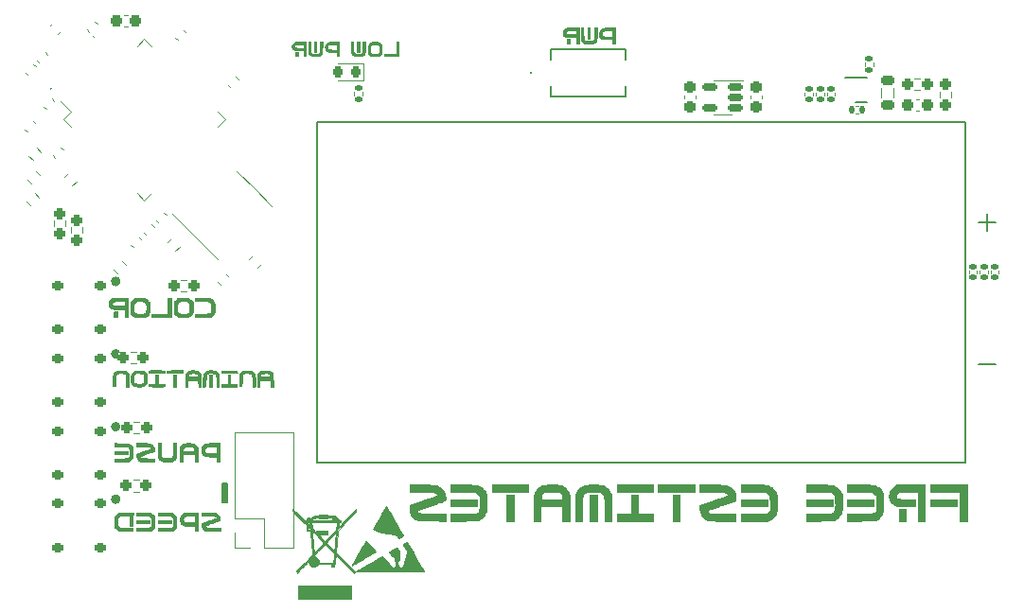
<source format=gbo>
G04 #@! TF.GenerationSoftware,KiCad,Pcbnew,7.0.2-0*
G04 #@! TF.CreationDate,2023-10-08T21:39:02-05:00*
G04 #@! TF.ProjectId,spudglo_business_card,73707564-676c-46f5-9f62-7573696e6573,rev?*
G04 #@! TF.SameCoordinates,Original*
G04 #@! TF.FileFunction,Legend,Bot*
G04 #@! TF.FilePolarity,Positive*
%FSLAX46Y46*%
G04 Gerber Fmt 4.6, Leading zero omitted, Abs format (unit mm)*
G04 Created by KiCad (PCBNEW 7.0.2-0) date 2023-10-08 21:39:02*
%MOMM*%
%LPD*%
G01*
G04 APERTURE LIST*
G04 Aperture macros list*
%AMRoundRect*
0 Rectangle with rounded corners*
0 $1 Rounding radius*
0 $2 $3 $4 $5 $6 $7 $8 $9 X,Y pos of 4 corners*
0 Add a 4 corners polygon primitive as box body*
4,1,4,$2,$3,$4,$5,$6,$7,$8,$9,$2,$3,0*
0 Add four circle primitives for the rounded corners*
1,1,$1+$1,$2,$3*
1,1,$1+$1,$4,$5*
1,1,$1+$1,$6,$7*
1,1,$1+$1,$8,$9*
0 Add four rect primitives between the rounded corners*
20,1,$1+$1,$2,$3,$4,$5,0*
20,1,$1+$1,$4,$5,$6,$7,0*
20,1,$1+$1,$6,$7,$8,$9,0*
20,1,$1+$1,$8,$9,$2,$3,0*%
%AMRotRect*
0 Rectangle, with rotation*
0 The origin of the aperture is its center*
0 $1 length*
0 $2 width*
0 $3 Rotation angle, in degrees counterclockwise*
0 Add horizontal line*
21,1,$1,$2,0,0,$3*%
G04 Aperture macros list end*
%ADD10C,0.150000*%
%ADD11C,0.120000*%
%ADD12C,0.457185*%
%ADD13C,0.152400*%
%ADD14C,0.010000*%
%ADD15C,0.127000*%
%ADD16C,0.200000*%
%ADD17RoundRect,0.237500X0.250000X0.237500X-0.250000X0.237500X-0.250000X-0.237500X0.250000X-0.237500X0*%
%ADD18RoundRect,0.225000X0.275000X0.225000X-0.275000X0.225000X-0.275000X-0.225000X0.275000X-0.225000X0*%
%ADD19RoundRect,0.237500X-0.008839X-0.344715X0.344715X0.008839X0.008839X0.344715X-0.344715X-0.008839X0*%
%ADD20RoundRect,0.237500X0.380070X-0.044194X-0.044194X0.380070X-0.380070X0.044194X0.044194X-0.380070X0*%
%ADD21RoundRect,0.237500X0.300000X0.237500X-0.300000X0.237500X-0.300000X-0.237500X0.300000X-0.237500X0*%
%ADD22RoundRect,0.237500X-0.380070X0.044194X0.044194X-0.380070X0.380070X-0.044194X-0.044194X0.380070X0*%
%ADD23RoundRect,0.135000X0.185000X-0.135000X0.185000X0.135000X-0.185000X0.135000X-0.185000X-0.135000X0*%
%ADD24RoundRect,0.237500X0.008839X0.344715X-0.344715X-0.008839X-0.008839X-0.344715X0.344715X0.008839X0*%
%ADD25RoundRect,0.218750X0.218750X0.256250X-0.218750X0.256250X-0.218750X-0.256250X0.218750X-0.256250X0*%
%ADD26RoundRect,0.075000X-0.548008X0.441942X0.441942X-0.548008X0.548008X-0.441942X-0.441942X0.548008X0*%
%ADD27RoundRect,0.075000X-0.548008X-0.441942X-0.441942X-0.548008X0.548008X0.441942X0.441942X0.548008X0*%
%ADD28R,1.193800X1.676400*%
%ADD29RoundRect,0.237500X-0.237500X0.300000X-0.237500X-0.300000X0.237500X-0.300000X0.237500X0.300000X0*%
%ADD30RoundRect,0.140000X-0.170000X0.140000X-0.170000X-0.140000X0.170000X-0.140000X0.170000X0.140000X0*%
%ADD31RoundRect,0.237500X0.344715X-0.008839X-0.008839X0.344715X-0.344715X0.008839X0.008839X-0.344715X0*%
%ADD32RoundRect,0.237500X0.237500X-0.250000X0.237500X0.250000X-0.237500X0.250000X-0.237500X-0.250000X0*%
%ADD33RoundRect,0.135000X-0.185000X0.135000X-0.185000X-0.135000X0.185000X-0.135000X0.185000X0.135000X0*%
%ADD34RoundRect,0.237500X-0.344715X0.008839X0.008839X-0.344715X0.344715X-0.008839X-0.008839X0.344715X0*%
%ADD35C,1.959000*%
%ADD36RoundRect,0.140000X0.140000X0.170000X-0.140000X0.170000X-0.140000X-0.170000X0.140000X-0.170000X0*%
%ADD37RoundRect,0.237500X-0.044194X-0.380070X0.380070X0.044194X0.044194X0.380070X-0.380070X-0.044194X0*%
%ADD38RoundRect,0.100000X-0.521491X0.380070X0.380070X-0.521491X0.521491X-0.380070X-0.380070X0.521491X0*%
%ADD39R,0.650000X0.350000*%
%ADD40R,1.000000X1.600000*%
%ADD41RoundRect,0.218750X0.381250X-0.218750X0.381250X0.218750X-0.381250X0.218750X-0.381250X-0.218750X0*%
%ADD42RotRect,1.000000X1.200000X135.000000*%
%ADD43RotRect,0.575000X1.140000X45.000000*%
%ADD44RoundRect,0.150000X0.512500X0.150000X-0.512500X0.150000X-0.512500X-0.150000X0.512500X-0.150000X0*%
%ADD45R,1.700000X1.700000*%
%ADD46O,1.700000X1.700000*%
G04 APERTURE END LIST*
D10*
X194864999Y-121200001D02*
X194864999Y-122850000D01*
X194380000Y-122850000D01*
X194379998Y-121200000D01*
X194864999Y-121200001D01*
G36*
X194864999Y-121200001D02*
G01*
X194864999Y-122850000D01*
X194380000Y-122850000D01*
X194379998Y-121200000D01*
X194864999Y-121200001D01*
G37*
D11*
X256842224Y-86002500D02*
X256332776Y-86002500D01*
X256842224Y-84957500D02*
X256332776Y-84957500D01*
D12*
X185098592Y-122600000D02*
G75*
G03*
X185098592Y-122600000I-228592J0D01*
G01*
D11*
X196785655Y-101125419D02*
X197145889Y-100765185D01*
X197524581Y-101864345D02*
X197884815Y-101504111D01*
X182482684Y-80783929D02*
X182275831Y-80577076D01*
X183203933Y-80062680D02*
X182997080Y-79855827D01*
X256733767Y-87810000D02*
X256441233Y-87810000D01*
X256733767Y-86790000D02*
X256441233Y-86790000D01*
X194747318Y-102436069D02*
X194954171Y-102642922D01*
X194026069Y-103157318D02*
X194232922Y-103364171D01*
G36*
X185089337Y-106058977D02*
G01*
X185089337Y-106380808D01*
X184896123Y-106380808D01*
X184702910Y-106380808D01*
X184710113Y-106066515D01*
X184717317Y-105752222D01*
X184903327Y-105744684D01*
X185089337Y-105737146D01*
X185089337Y-106058977D01*
G37*
G36*
X189938428Y-105470000D02*
G01*
X189938428Y-106380808D01*
X189014792Y-106380808D01*
X188091156Y-106380808D01*
X188091156Y-106188384D01*
X188091156Y-105995959D01*
X188809539Y-105995959D01*
X189527923Y-105995959D01*
X189527923Y-105277576D01*
X189527923Y-104559192D01*
X189733176Y-104559192D01*
X189938428Y-104559192D01*
X189938428Y-105470000D01*
G37*
G36*
X186038630Y-105470000D02*
G01*
X186038630Y-106380808D01*
X185846206Y-106380808D01*
X185653782Y-106380808D01*
X185653782Y-105660386D01*
X185653782Y-104939965D01*
X185183013Y-104948417D01*
X185075522Y-104950548D01*
X184918723Y-104955449D01*
X184803396Y-104963316D01*
X184723217Y-104976015D01*
X184671864Y-104995414D01*
X184643012Y-105023382D01*
X184630339Y-105061786D01*
X184627519Y-105112495D01*
X184627523Y-105114736D01*
X184632227Y-105169771D01*
X184650094Y-105210928D01*
X184687477Y-105240180D01*
X184750726Y-105259499D01*
X184846193Y-105270856D01*
X184980230Y-105276224D01*
X185159188Y-105277576D01*
X185576812Y-105277576D01*
X185576812Y-105470000D01*
X185576812Y-105662424D01*
X185108580Y-105661861D01*
X185102734Y-105661853D01*
X184930667Y-105660903D01*
X184801118Y-105658122D01*
X184705557Y-105652805D01*
X184635454Y-105644246D01*
X184582279Y-105631738D01*
X184537501Y-105614575D01*
X184477037Y-105581971D01*
X184361574Y-105482066D01*
X184279956Y-105354902D01*
X184234478Y-105210201D01*
X184227431Y-105057685D01*
X184261111Y-104907076D01*
X184337810Y-104768097D01*
X184368037Y-104735095D01*
X184446516Y-104672225D01*
X184534719Y-104620823D01*
X184564150Y-104607436D01*
X184603284Y-104592050D01*
X184645647Y-104580377D01*
X184698109Y-104571902D01*
X184767539Y-104566108D01*
X184860806Y-104562482D01*
X184984778Y-104560505D01*
X185146326Y-104559664D01*
X185352317Y-104559442D01*
X186038630Y-104559192D01*
X186038630Y-105470000D01*
G37*
G36*
X192748126Y-104559476D02*
G01*
X192953072Y-104562071D01*
X193117279Y-104568555D01*
X193247604Y-104580343D01*
X193350902Y-104598854D01*
X193434030Y-104625504D01*
X193503844Y-104661711D01*
X193567202Y-104708892D01*
X193630957Y-104768465D01*
X193672398Y-104813431D01*
X193729370Y-104896099D01*
X193769432Y-104992549D01*
X193795025Y-105112039D01*
X193808590Y-105263828D01*
X193812570Y-105457172D01*
X193806374Y-105656983D01*
X193781647Y-105853560D01*
X193735792Y-106012001D01*
X193666414Y-106137934D01*
X193571115Y-106236988D01*
X193447501Y-106314790D01*
X193415362Y-106330562D01*
X193377050Y-106347093D01*
X193336469Y-106359531D01*
X193286613Y-106368458D01*
X193220476Y-106374456D01*
X193131051Y-106378108D01*
X193011332Y-106379996D01*
X192854313Y-106380702D01*
X192652987Y-106380808D01*
X191990954Y-106380808D01*
X191990954Y-106188384D01*
X191990954Y-105995959D01*
X192592676Y-105995959D01*
X192663690Y-105995911D01*
X192858987Y-105994799D01*
X193011132Y-105991414D01*
X193126334Y-105984693D01*
X193210801Y-105973578D01*
X193270742Y-105957007D01*
X193312367Y-105933920D01*
X193341885Y-105903257D01*
X193365504Y-105863956D01*
X193368870Y-105856445D01*
X193384058Y-105791309D01*
X193394857Y-105692268D01*
X193401248Y-105571468D01*
X193403217Y-105441054D01*
X193400747Y-105313173D01*
X193393823Y-105199970D01*
X193382429Y-105113591D01*
X193366549Y-105066181D01*
X193346803Y-105042887D01*
X193307566Y-105010867D01*
X193254882Y-104986424D01*
X193182445Y-104968590D01*
X193083949Y-104956401D01*
X192953088Y-104948890D01*
X192783558Y-104945092D01*
X192569050Y-104944040D01*
X191990954Y-104944040D01*
X191990954Y-104751616D01*
X191990954Y-104559192D01*
X192618577Y-104559192D01*
X192748126Y-104559476D01*
G37*
G36*
X191859748Y-105615022D02*
G01*
X191851864Y-105755601D01*
X191839727Y-105870879D01*
X191823470Y-105947927D01*
X191750888Y-106094661D01*
X191636256Y-106225542D01*
X191492469Y-106319726D01*
X191483416Y-106323909D01*
X191430502Y-106346061D01*
X191377949Y-106361462D01*
X191315424Y-106371263D01*
X191232595Y-106376619D01*
X191119128Y-106378683D01*
X190964691Y-106378605D01*
X190942762Y-106378477D01*
X190782340Y-106375253D01*
X190646747Y-106368506D01*
X190544802Y-106358822D01*
X190485322Y-106346785D01*
X190413227Y-106314328D01*
X190291745Y-106236070D01*
X190185868Y-106140679D01*
X190112846Y-106042258D01*
X190097471Y-106012136D01*
X190080199Y-105969676D01*
X190068195Y-105920916D01*
X190060510Y-105856853D01*
X190056196Y-105768485D01*
X190054303Y-105646811D01*
X190053883Y-105482828D01*
X190053889Y-105470784D01*
X190451560Y-105470784D01*
X190451565Y-105478194D01*
X190453799Y-105618899D01*
X190459619Y-105737941D01*
X190468340Y-105825445D01*
X190479281Y-105871535D01*
X190481912Y-105876008D01*
X190527621Y-105921236D01*
X190593912Y-105959647D01*
X190599977Y-105961953D01*
X190670187Y-105976692D01*
X190774916Y-105987206D01*
X190899905Y-105993300D01*
X191030896Y-105994778D01*
X191153632Y-105991445D01*
X191253854Y-105983105D01*
X191317307Y-105969563D01*
X191324885Y-105966385D01*
X191385832Y-105926542D01*
X191429346Y-105863945D01*
X191457660Y-105771631D01*
X191473010Y-105642636D01*
X191477630Y-105470000D01*
X191477630Y-105467420D01*
X191473137Y-105290785D01*
X191455622Y-105158635D01*
X191418775Y-105064660D01*
X191356286Y-105002550D01*
X191261844Y-104965998D01*
X191129140Y-104948693D01*
X190951863Y-104944326D01*
X190914113Y-104944654D01*
X190798118Y-104949325D01*
X190696365Y-104958375D01*
X190627379Y-104970317D01*
X190606012Y-104976652D01*
X190547488Y-105001917D01*
X190505703Y-105039698D01*
X190477936Y-105097735D01*
X190461470Y-105183768D01*
X190453584Y-105305538D01*
X190451560Y-105470784D01*
X190053889Y-105470784D01*
X190053893Y-105462328D01*
X190055673Y-105280579D01*
X190062155Y-105140154D01*
X190075710Y-105031999D01*
X190098705Y-104947060D01*
X190133512Y-104876284D01*
X190182500Y-104810616D01*
X190248039Y-104741003D01*
X190267334Y-104721885D01*
X190325179Y-104669055D01*
X190380883Y-104630329D01*
X190443352Y-104603529D01*
X190521494Y-104586476D01*
X190624217Y-104576993D01*
X190760428Y-104572900D01*
X190939034Y-104572020D01*
X191388024Y-104572020D01*
X191525429Y-104648127D01*
X191650786Y-104732527D01*
X191765336Y-104854494D01*
X191833386Y-104993359D01*
X191846063Y-105058258D01*
X191856536Y-105170759D01*
X191862218Y-105309672D01*
X191863244Y-105462069D01*
X191863063Y-105470000D01*
X191859748Y-105615022D01*
G37*
G36*
X187985877Y-105587094D02*
G01*
X187979189Y-105751727D01*
X187962123Y-105882473D01*
X187932901Y-105988154D01*
X187889744Y-106077596D01*
X187830875Y-106159623D01*
X187798586Y-106193752D01*
X187711224Y-106264580D01*
X187618327Y-106319726D01*
X187564020Y-106343126D01*
X187510519Y-106359838D01*
X187448122Y-106370689D01*
X187366228Y-106376927D01*
X187254233Y-106379800D01*
X187101534Y-106380557D01*
X187083315Y-106380553D01*
X186896961Y-106377700D01*
X186751400Y-106368211D01*
X186637109Y-106349971D01*
X186544569Y-106320859D01*
X186464260Y-106278761D01*
X186386661Y-106221557D01*
X186352719Y-106189492D01*
X186282739Y-106103017D01*
X186227996Y-106010606D01*
X186223812Y-106001553D01*
X186201660Y-105948639D01*
X186186259Y-105896086D01*
X186176458Y-105833562D01*
X186171102Y-105750732D01*
X186169038Y-105637266D01*
X186169113Y-105488418D01*
X186552140Y-105488418D01*
X186552997Y-105578849D01*
X186559518Y-105708826D01*
X186575035Y-105801867D01*
X186602598Y-105867136D01*
X186645256Y-105913799D01*
X186706058Y-105951021D01*
X186712108Y-105953973D01*
X186768803Y-105974248D01*
X186843371Y-105987118D01*
X186946918Y-105993879D01*
X187090550Y-105995824D01*
X187112852Y-105995773D01*
X187278380Y-105990236D01*
X187402251Y-105971163D01*
X187490374Y-105932320D01*
X187548656Y-105867474D01*
X187583005Y-105770392D01*
X187599330Y-105634840D01*
X187603538Y-105454586D01*
X187600964Y-105310281D01*
X187587041Y-105176478D01*
X187555077Y-105081174D01*
X187498484Y-105017545D01*
X187410676Y-104978764D01*
X187285065Y-104958007D01*
X187115063Y-104948448D01*
X187061790Y-104946990D01*
X186890132Y-104948571D01*
X186761483Y-104965758D01*
X186669809Y-105004340D01*
X186609073Y-105070108D01*
X186573240Y-105168851D01*
X186556274Y-105306357D01*
X186552140Y-105488418D01*
X186169113Y-105488418D01*
X186169116Y-105482828D01*
X186169244Y-105460899D01*
X186172468Y-105300477D01*
X186179215Y-105164884D01*
X186188899Y-105062939D01*
X186200936Y-105003459D01*
X186280267Y-104850818D01*
X186393258Y-104720670D01*
X186527834Y-104627277D01*
X186539712Y-104621393D01*
X186594351Y-104596395D01*
X186646105Y-104579168D01*
X186705812Y-104568271D01*
X186784313Y-104562268D01*
X186892445Y-104559721D01*
X187041048Y-104559192D01*
X187198395Y-104560835D01*
X187347175Y-104568302D01*
X187464645Y-104583832D01*
X187561581Y-104609619D01*
X187648761Y-104647853D01*
X187736960Y-104700726D01*
X187771178Y-104727288D01*
X187843264Y-104801819D01*
X187903727Y-104885738D01*
X187916189Y-104907220D01*
X187940463Y-104954032D01*
X187957437Y-105001259D01*
X187968713Y-105059079D01*
X187975895Y-105137672D01*
X187980586Y-105247215D01*
X187984388Y-105397887D01*
X187984834Y-105454586D01*
X187985877Y-105587094D01*
G37*
X251880000Y-83853641D02*
X251880000Y-83546359D01*
X252640000Y-83853641D02*
X252640000Y-83546359D01*
X181344346Y-94144580D02*
X180984112Y-94504814D01*
X180605420Y-93405654D02*
X180245186Y-93765888D01*
X207055000Y-85075000D02*
X204770000Y-85075000D01*
X207055000Y-83605000D02*
X207055000Y-85075000D01*
X204770000Y-83605000D02*
X207055000Y-83605000D01*
X187423022Y-81380604D02*
X186751271Y-82052355D01*
X180868142Y-87935484D02*
X179920619Y-86987960D01*
X180196391Y-88607235D02*
X180868142Y-87935484D01*
X188094773Y-82052355D02*
X187423022Y-81380604D01*
X180868142Y-89278986D02*
X180196391Y-88607235D01*
X193977902Y-87935484D02*
X194649653Y-88607235D01*
X186751271Y-95162115D02*
X187423022Y-95833866D01*
X194649653Y-88607235D02*
X193977902Y-89278986D01*
X187423022Y-95833866D02*
X188094773Y-95162115D01*
X176972922Y-84604171D02*
X176766069Y-84397318D01*
X177694171Y-83882922D02*
X177487318Y-83676069D01*
D13*
X223822600Y-82331800D02*
X230477400Y-82331800D01*
X223822600Y-83269060D02*
X223822600Y-82331800D01*
X223822600Y-86548200D02*
X223822600Y-85610940D01*
X230477400Y-82331800D02*
X230477400Y-83269060D01*
X230477400Y-85610940D02*
X230477400Y-86548200D01*
X230477400Y-86548200D02*
X223822600Y-86548200D01*
X222082700Y-84440000D02*
G75*
G03*
X222082700Y-84440000I-76200J0D01*
G01*
D11*
X242652500Y-86441233D02*
X242652500Y-86733767D01*
X241632500Y-86441233D02*
X241632500Y-86733767D01*
X189178139Y-96929126D02*
X189384992Y-97135979D01*
X188456890Y-97650375D02*
X188663743Y-97857228D01*
X263880000Y-102152164D02*
X263880000Y-102367836D01*
X263160000Y-102152164D02*
X263160000Y-102367836D01*
X261920000Y-102142164D02*
X261920000Y-102357836D01*
X261200000Y-102142164D02*
X261200000Y-102357836D01*
X185035419Y-102394345D02*
X184675185Y-102034111D01*
X185774345Y-101655419D02*
X185414111Y-101295185D01*
X186948259Y-99129243D02*
X187155112Y-99336096D01*
X186227010Y-99850492D02*
X186433863Y-100057345D01*
X178022922Y-83534171D02*
X177816069Y-83327318D01*
X178744171Y-82812922D02*
X178537318Y-82606069D01*
X179327500Y-98187224D02*
X179327500Y-97677776D01*
X180372500Y-98187224D02*
X180372500Y-97677776D01*
X247240001Y-86242164D02*
X247240001Y-86457836D01*
X246520001Y-86242164D02*
X246520001Y-86457836D01*
X186922224Y-121912500D02*
X186412776Y-121912500D01*
X186922224Y-120867500D02*
X186412776Y-120867500D01*
G36*
X227387590Y-80957279D02*
G01*
X227387590Y-81512237D01*
X227227506Y-81512237D01*
X227067422Y-81512237D01*
X227067422Y-80957279D01*
X227067422Y-80402321D01*
X227227506Y-80402321D01*
X227387590Y-80402321D01*
X227387590Y-80957279D01*
G37*
G36*
X225573305Y-81650042D02*
G01*
X225573305Y-81917784D01*
X225412564Y-81917784D01*
X225251823Y-81917784D01*
X225257816Y-81656313D01*
X225263809Y-81394842D01*
X225418557Y-81388571D01*
X225573305Y-81382300D01*
X225573305Y-81650042D01*
G37*
G36*
X226384397Y-81160052D02*
G01*
X226384397Y-81917784D01*
X226224651Y-81917784D01*
X226064904Y-81917784D01*
X226059230Y-81325473D01*
X226053557Y-80733162D01*
X225701372Y-80727067D01*
X225621300Y-80725994D01*
X225506762Y-80725594D01*
X225409925Y-80726609D01*
X225339114Y-80728927D01*
X225302654Y-80732436D01*
X225290553Y-80735861D01*
X225227609Y-80773703D01*
X225194513Y-80830584D01*
X225194747Y-80895459D01*
X225231792Y-80957279D01*
X225239215Y-80964295D01*
X225259705Y-80978273D01*
X225288720Y-80988053D01*
X225333091Y-80994374D01*
X225399650Y-80997974D01*
X225495231Y-80999593D01*
X225626666Y-80999968D01*
X225978851Y-80999968D01*
X225978851Y-81160052D01*
X225978851Y-81320136D01*
X225597256Y-81320136D01*
X225452293Y-81319247D01*
X225333007Y-81316077D01*
X225245199Y-81310228D01*
X225183096Y-81301304D01*
X225140925Y-81288910D01*
X225105384Y-81272676D01*
X224995269Y-81197047D01*
X224919972Y-81097081D01*
X224879179Y-80972232D01*
X224872578Y-80821955D01*
X224883845Y-80734391D01*
X224925037Y-80619545D01*
X224998030Y-80529411D01*
X225106482Y-80458306D01*
X225218829Y-80402321D01*
X225801613Y-80402321D01*
X226384397Y-80402321D01*
X226384397Y-81160052D01*
G37*
G36*
X229607422Y-80402321D02*
G01*
X229607422Y-81160052D01*
X229607422Y-81917784D01*
X229447676Y-81917784D01*
X229287929Y-81917784D01*
X229282256Y-81325473D01*
X229276582Y-80733162D01*
X228971563Y-80727234D01*
X228838629Y-80726098D01*
X228709739Y-80729956D01*
X228613059Y-80740594D01*
X228542970Y-80759071D01*
X228493856Y-80786447D01*
X228460096Y-80823785D01*
X228436571Y-80872991D01*
X228423314Y-80963096D01*
X228439553Y-81052221D01*
X228484008Y-81124299D01*
X228500562Y-81140349D01*
X228523228Y-81157536D01*
X228551728Y-81169419D01*
X228593432Y-81177215D01*
X228655709Y-81182139D01*
X228745929Y-81185407D01*
X228871462Y-81188236D01*
X229201876Y-81195074D01*
X229201876Y-81355032D01*
X229201876Y-81514989D01*
X228833683Y-81508277D01*
X228682853Y-81504484D01*
X228564728Y-81498011D01*
X228474626Y-81487060D01*
X228405159Y-81469785D01*
X228348942Y-81444338D01*
X228298587Y-81408875D01*
X228246707Y-81361547D01*
X228221831Y-81335209D01*
X228146983Y-81219630D01*
X228103965Y-81086951D01*
X228092745Y-80946126D01*
X228113292Y-80806112D01*
X228165573Y-80675862D01*
X228249556Y-80564332D01*
X228283730Y-80531691D01*
X228332146Y-80492340D01*
X228383896Y-80461804D01*
X228444602Y-80438985D01*
X228519882Y-80422786D01*
X228615356Y-80412108D01*
X228736645Y-80405852D01*
X228889368Y-80402921D01*
X229079145Y-80402216D01*
X229607422Y-80402321D01*
G37*
G36*
X226793612Y-80919926D02*
G01*
X226795933Y-81076414D01*
X226800399Y-81232446D01*
X226809363Y-81353744D01*
X226825705Y-81444682D01*
X226852304Y-81509632D01*
X226892041Y-81552967D01*
X226947797Y-81579060D01*
X227022451Y-81592284D01*
X227118883Y-81597011D01*
X227239974Y-81597615D01*
X227334428Y-81597196D01*
X227432358Y-81593144D01*
X227508735Y-81581121D01*
X227566239Y-81556789D01*
X227607550Y-81515807D01*
X227635347Y-81453835D01*
X227652310Y-81366534D01*
X227661119Y-81249563D01*
X227664452Y-81098583D01*
X227664989Y-80909254D01*
X227665069Y-80402321D01*
X227825153Y-80402321D01*
X227985237Y-80402321D01*
X227985237Y-80953088D01*
X227985196Y-81089568D01*
X227984763Y-81227182D01*
X227983448Y-81332589D01*
X227980763Y-81411624D01*
X227976217Y-81470121D01*
X227969320Y-81513918D01*
X227959583Y-81548848D01*
X227946515Y-81580748D01*
X227929626Y-81615453D01*
X227921045Y-81631927D01*
X227843964Y-81741469D01*
X227746622Y-81830726D01*
X227640799Y-81888560D01*
X227630179Y-81891827D01*
X227564272Y-81902808D01*
X227468668Y-81910436D01*
X227353654Y-81914732D01*
X227229519Y-81915717D01*
X227106551Y-81913413D01*
X226995038Y-81907838D01*
X226905268Y-81899015D01*
X226847531Y-81886963D01*
X226752475Y-81843880D01*
X226631892Y-81753110D01*
X226542055Y-81634082D01*
X226480447Y-81522910D01*
X226473540Y-80962615D01*
X226466633Y-80402321D01*
X226626621Y-80402321D01*
X226786609Y-80402321D01*
X226793612Y-80919926D01*
G37*
X206960000Y-86136359D02*
X206960000Y-86443641D01*
X206200000Y-86136359D02*
X206200000Y-86443641D01*
X177614111Y-95225185D02*
X177974345Y-95585419D01*
X176875185Y-95964111D02*
X177235419Y-96324345D01*
X178642682Y-87673931D02*
X178435829Y-87467078D01*
X179363931Y-86952682D02*
X179157078Y-86745829D01*
X179947078Y-91095829D02*
X180153931Y-91302682D01*
X179225829Y-91817078D02*
X179432682Y-92023931D01*
X262900000Y-102142164D02*
X262900000Y-102357836D01*
X262180000Y-102142164D02*
X262180000Y-102357836D01*
X176962922Y-89684171D02*
X176756069Y-89477318D01*
X177684171Y-88962922D02*
X177477318Y-88756069D01*
D14*
X205886184Y-131470526D02*
X201207237Y-131470526D01*
X201207237Y-130317500D01*
X205886184Y-130317500D01*
X205886184Y-131470526D01*
G36*
X205886184Y-131470526D02*
G01*
X201207237Y-131470526D01*
X201207237Y-130317500D01*
X205886184Y-130317500D01*
X205886184Y-131470526D01*
G37*
X204515938Y-124105362D02*
X204516595Y-124122572D01*
X204525141Y-124151467D01*
X204549466Y-124175972D01*
X204596918Y-124205143D01*
X204638573Y-124231793D01*
X204701989Y-124282960D01*
X204759460Y-124340400D01*
X204803422Y-124396279D01*
X204826311Y-124442762D01*
X204831919Y-124460674D01*
X204842309Y-124472970D01*
X204845812Y-124477116D01*
X204874445Y-124484083D01*
X204927141Y-124485526D01*
X205017237Y-124485526D01*
X205017237Y-124635921D01*
X204805228Y-124635921D01*
X204785433Y-124872183D01*
X204782775Y-124904483D01*
X204776583Y-124985340D01*
X204772208Y-125051135D01*
X204770030Y-125095791D01*
X204770426Y-125113233D01*
X204776185Y-125108219D01*
X204802462Y-125082083D01*
X204847888Y-125035758D01*
X204910166Y-124971647D01*
X204986997Y-124892150D01*
X205076080Y-124799669D01*
X205175119Y-124696606D01*
X205281814Y-124585362D01*
X205393865Y-124468338D01*
X205508975Y-124347936D01*
X205624844Y-124226558D01*
X205739174Y-124106604D01*
X205849666Y-123990476D01*
X205954021Y-123880575D01*
X206049940Y-123779304D01*
X206135124Y-123689063D01*
X206207275Y-123612253D01*
X206336194Y-123474539D01*
X206336781Y-123591852D01*
X206337368Y-123709164D01*
X205539286Y-124548485D01*
X204741204Y-125387807D01*
X204725250Y-125579106D01*
X204661419Y-126344528D01*
X204650138Y-126480287D01*
X204636140Y-126650154D01*
X204623220Y-126808505D01*
X204611627Y-126952228D01*
X204601607Y-127078210D01*
X204593407Y-127183338D01*
X204587274Y-127264501D01*
X204583456Y-127318586D01*
X204582199Y-127342480D01*
X204585517Y-127353429D01*
X204600429Y-127377071D01*
X204628709Y-127412703D01*
X204642358Y-127428277D01*
X204671864Y-127461948D01*
X204731399Y-127526428D01*
X204808820Y-127607768D01*
X204905632Y-127707591D01*
X205023342Y-127827520D01*
X205163454Y-127969179D01*
X205255628Y-128062136D01*
X205384119Y-128191795D01*
X205512159Y-128321079D01*
X205635900Y-128446097D01*
X205751492Y-128562959D01*
X205855085Y-128667774D01*
X205942831Y-128756652D01*
X206010881Y-128825702D01*
X206277617Y-129096757D01*
X206229169Y-129147326D01*
X206217743Y-129158719D01*
X206184035Y-129186697D01*
X206160910Y-129197895D01*
X206142805Y-129188335D01*
X206109145Y-129159649D01*
X206068792Y-129118520D01*
X206044230Y-129092542D01*
X205998423Y-129045104D01*
X205933683Y-128978566D01*
X205852295Y-128895263D01*
X205756545Y-128797528D01*
X205648721Y-128687695D01*
X205531108Y-128568096D01*
X205405992Y-128441066D01*
X205275659Y-128308938D01*
X204554831Y-127578732D01*
X204525469Y-127958017D01*
X204519068Y-128038972D01*
X204509721Y-128147793D01*
X204501290Y-128230217D01*
X204493151Y-128290575D01*
X204484679Y-128333200D01*
X204475250Y-128362424D01*
X204464237Y-128382580D01*
X204448825Y-128410750D01*
X204436143Y-128462539D01*
X204432368Y-128537152D01*
X204432368Y-128646447D01*
X204131579Y-128646447D01*
X204131579Y-128412500D01*
X203007832Y-128412500D01*
X202942875Y-128486295D01*
X202925110Y-128505511D01*
X202828831Y-128582712D01*
X202720049Y-128630239D01*
X202602262Y-128646447D01*
X202498327Y-128637854D01*
X202380770Y-128601628D01*
X202280134Y-128536882D01*
X202260520Y-128518378D01*
X202211503Y-128458475D01*
X202168497Y-128388693D01*
X202137658Y-128319909D01*
X202125141Y-128263002D01*
X202124899Y-128254741D01*
X202123099Y-128224471D01*
X202118392Y-128203563D01*
X202108544Y-128193669D01*
X202091323Y-128196444D01*
X202064494Y-128213540D01*
X202025824Y-128246610D01*
X201973080Y-128297307D01*
X201904028Y-128367285D01*
X201816434Y-128458197D01*
X201708065Y-128571695D01*
X201650342Y-128632280D01*
X201553855Y-128733718D01*
X201462568Y-128829889D01*
X201380059Y-128917013D01*
X201309906Y-128991311D01*
X201255685Y-129049003D01*
X201220974Y-129086310D01*
X201126092Y-129189539D01*
X201067449Y-129131052D01*
X201008805Y-129072566D01*
X201734179Y-128312237D01*
X201779916Y-128264263D01*
X201942633Y-128092940D01*
X202082313Y-127944738D01*
X202199373Y-127819198D01*
X202294233Y-127715861D01*
X202361309Y-127640967D01*
X202635947Y-127640967D01*
X202638106Y-127658589D01*
X202638483Y-127660430D01*
X202656480Y-127702171D01*
X202692428Y-127721620D01*
X202803237Y-127763083D01*
X202901963Y-127832156D01*
X202979611Y-127923524D01*
X203032828Y-128033195D01*
X203058258Y-128157173D01*
X203066681Y-128262105D01*
X204328482Y-128262105D01*
X204337280Y-128224506D01*
X204338836Y-128215279D01*
X204343672Y-128174018D01*
X204350271Y-128107304D01*
X204358142Y-128020453D01*
X204366797Y-127918777D01*
X204375743Y-127807592D01*
X204405409Y-127428277D01*
X204005532Y-127022198D01*
X203932187Y-126947961D01*
X203842447Y-126857837D01*
X203761940Y-126777775D01*
X203693488Y-126710542D01*
X203639917Y-126658910D01*
X203604052Y-126625646D01*
X203588715Y-126613521D01*
X203578431Y-126619314D01*
X203547801Y-126645675D01*
X203501705Y-126689709D01*
X203444265Y-126747444D01*
X203379605Y-126814911D01*
X203362738Y-126832804D01*
X203287107Y-126912839D01*
X203196984Y-127007977D01*
X203099155Y-127111067D01*
X203000405Y-127214956D01*
X202907520Y-127312493D01*
X202901940Y-127318346D01*
X202815584Y-127409214D01*
X202749690Y-127479577D01*
X202701651Y-127532783D01*
X202668863Y-127572177D01*
X202648720Y-127601108D01*
X202638616Y-127622922D01*
X202635947Y-127640967D01*
X202361309Y-127640967D01*
X202367311Y-127634266D01*
X202419026Y-127573955D01*
X202449796Y-127534466D01*
X202460040Y-127515342D01*
X202460041Y-127515229D01*
X202458636Y-127491394D01*
X202454531Y-127437967D01*
X202448048Y-127358584D01*
X202439508Y-127256880D01*
X202429233Y-127136493D01*
X202417544Y-127001057D01*
X202404763Y-126854211D01*
X202391212Y-126699590D01*
X202377212Y-126540830D01*
X202363085Y-126381568D01*
X202349153Y-126225441D01*
X202335736Y-126076083D01*
X202323157Y-125937133D01*
X202311738Y-125812226D01*
X202301799Y-125704998D01*
X202293662Y-125619087D01*
X202287650Y-125558127D01*
X202284083Y-125525756D01*
X202276891Y-125471538D01*
X202448573Y-125471538D01*
X202450772Y-125512630D01*
X202455611Y-125581735D01*
X202462848Y-125675870D01*
X202472241Y-125792053D01*
X202483547Y-125927299D01*
X202496523Y-126078627D01*
X202510929Y-126243054D01*
X202526521Y-126417597D01*
X202538710Y-126552206D01*
X202553976Y-126719145D01*
X202568269Y-126873618D01*
X202581305Y-127012649D01*
X202592800Y-127133264D01*
X202602470Y-127232489D01*
X202610030Y-127307348D01*
X202615197Y-127354867D01*
X202617686Y-127372072D01*
X202625236Y-127366742D01*
X202652922Y-127340578D01*
X202697909Y-127295637D01*
X202757100Y-127235191D01*
X202827399Y-127162509D01*
X202905708Y-127080864D01*
X202988930Y-126993526D01*
X203073969Y-126903767D01*
X203157727Y-126814858D01*
X203237107Y-126730070D01*
X203309013Y-126652673D01*
X203370347Y-126585941D01*
X203418013Y-126533142D01*
X203448913Y-126497550D01*
X203457941Y-126485186D01*
X203699574Y-126485186D01*
X204065971Y-126851299D01*
X204155569Y-126940679D01*
X204240013Y-127024320D01*
X204305427Y-127088027D01*
X204354208Y-127133868D01*
X204388753Y-127163909D01*
X204411459Y-127180218D01*
X204424722Y-127184862D01*
X204430940Y-127179908D01*
X204432509Y-127167423D01*
X204433515Y-127147363D01*
X204437140Y-127095712D01*
X204443130Y-127017320D01*
X204451198Y-126915759D01*
X204461055Y-126794602D01*
X204472413Y-126657421D01*
X204484984Y-126507787D01*
X204498480Y-126349271D01*
X204510395Y-126209563D01*
X204522811Y-126062414D01*
X204533943Y-125928805D01*
X204543526Y-125812028D01*
X204551290Y-125715378D01*
X204556969Y-125642145D01*
X204560297Y-125595624D01*
X204561004Y-125579106D01*
X204560444Y-125579416D01*
X204544663Y-125594623D01*
X204509606Y-125630303D01*
X204458363Y-125683220D01*
X204394019Y-125750139D01*
X204319664Y-125827823D01*
X204238385Y-125913036D01*
X204153270Y-126002541D01*
X204067406Y-126093102D01*
X203983881Y-126181483D01*
X203905784Y-126264448D01*
X203836202Y-126338760D01*
X203702141Y-126482434D01*
X203699574Y-126485186D01*
X203457941Y-126485186D01*
X203459951Y-126482434D01*
X203449131Y-126467785D01*
X203417674Y-126432722D01*
X203368503Y-126380265D01*
X203304544Y-126313372D01*
X203228723Y-126234999D01*
X203143967Y-126148103D01*
X203053202Y-126055641D01*
X202959356Y-125960569D01*
X202865354Y-125865845D01*
X202774124Y-125774424D01*
X202688591Y-125689265D01*
X202611683Y-125613323D01*
X202546326Y-125549556D01*
X202495446Y-125500920D01*
X202461970Y-125470372D01*
X202448824Y-125460868D01*
X202448573Y-125471538D01*
X202276891Y-125471538D01*
X202274663Y-125454737D01*
X201909079Y-125454737D01*
X201908870Y-125321052D01*
X202042763Y-125321052D01*
X202151382Y-125321052D01*
X202161045Y-125321044D01*
X202215604Y-125319880D01*
X202245276Y-125314902D01*
X202257571Y-125303477D01*
X202260000Y-125282971D01*
X202249301Y-125252829D01*
X202212654Y-125202687D01*
X202151382Y-125137237D01*
X202042763Y-125029584D01*
X202042763Y-125321052D01*
X201908870Y-125321052D01*
X201908641Y-125174835D01*
X201908204Y-124894934D01*
X201307885Y-124285000D01*
X200707567Y-123675066D01*
X200706744Y-123559337D01*
X200705921Y-123443610D01*
X201425969Y-124173449D01*
X201495564Y-124243944D01*
X201639975Y-124389828D01*
X201763442Y-124513875D01*
X201867560Y-124617611D01*
X201953925Y-124702562D01*
X202024132Y-124770256D01*
X202079776Y-124822219D01*
X202122452Y-124859977D01*
X202153756Y-124885057D01*
X202175282Y-124898986D01*
X202188625Y-124903289D01*
X202211125Y-124901986D01*
X202223756Y-124892468D01*
X202225934Y-124866427D01*
X202220697Y-124815559D01*
X202217086Y-124783533D01*
X202212061Y-124730002D01*
X202210037Y-124694408D01*
X202209045Y-124682138D01*
X202199386Y-124668996D01*
X202172703Y-124664641D01*
X202120902Y-124666542D01*
X202107676Y-124667287D01*
X202054733Y-124666447D01*
X202017073Y-124654813D01*
X201990529Y-124635921D01*
X202366974Y-124635921D01*
X202372504Y-124698585D01*
X202375058Y-124727017D01*
X202383018Y-124804642D01*
X202390861Y-124855769D01*
X202400031Y-124885711D01*
X202411973Y-124899780D01*
X202428129Y-124903289D01*
X202442656Y-124905679D01*
X202452289Y-124917098D01*
X202457672Y-124943645D01*
X202460015Y-124991414D01*
X202460526Y-125066502D01*
X202460526Y-125229715D01*
X202513948Y-125282971D01*
X202644342Y-125412960D01*
X202828158Y-125596206D01*
X202828158Y-125454737D01*
X203830790Y-125454737D01*
X203830790Y-125772237D01*
X203008827Y-125772237D01*
X203287589Y-126060493D01*
X203340984Y-126115548D01*
X203414817Y-126191120D01*
X203478929Y-126256082D01*
X203529961Y-126307060D01*
X203564557Y-126340681D01*
X203579357Y-126353574D01*
X203584983Y-126350018D01*
X203611363Y-126326118D01*
X203656849Y-126281862D01*
X203719012Y-126219708D01*
X203795422Y-126142115D01*
X203883649Y-126051540D01*
X203981262Y-125950441D01*
X204085833Y-125841275D01*
X204190940Y-125730964D01*
X204293974Y-125622246D01*
X204377530Y-125533136D01*
X204443654Y-125461271D01*
X204494387Y-125404289D01*
X204531775Y-125359828D01*
X204557860Y-125325525D01*
X204574687Y-125299017D01*
X204584298Y-125277942D01*
X204588739Y-125259939D01*
X204589916Y-125251169D01*
X204595136Y-125202847D01*
X204601742Y-125131707D01*
X204609008Y-125045861D01*
X204616207Y-124953421D01*
X204618648Y-124921225D01*
X204625701Y-124834236D01*
X204632425Y-124759203D01*
X204638160Y-124703255D01*
X204642240Y-124673520D01*
X204650242Y-124635921D01*
X202366974Y-124635921D01*
X201990529Y-124635921D01*
X201979956Y-124628396D01*
X201973563Y-124622835D01*
X201921285Y-124555487D01*
X201900581Y-124485526D01*
X202353481Y-124485526D01*
X204233306Y-124485526D01*
X204515921Y-124485526D01*
X204591706Y-124485526D01*
X204614412Y-124485366D01*
X204648054Y-124482442D01*
X204657766Y-124472970D01*
X204650227Y-124453267D01*
X204647999Y-124449511D01*
X204622990Y-124420623D01*
X204586757Y-124388563D01*
X204550613Y-124362560D01*
X204525874Y-124351842D01*
X204523650Y-124353536D01*
X204518131Y-124376810D01*
X204515921Y-124418684D01*
X204515921Y-124485526D01*
X204233306Y-124485526D01*
X204228397Y-124365007D01*
X204223487Y-124244488D01*
X204123224Y-124224348D01*
X204072943Y-124215214D01*
X203988975Y-124202425D01*
X203910165Y-124192776D01*
X203797368Y-124181345D01*
X203797368Y-124318421D01*
X203028684Y-124318421D01*
X203028684Y-124197596D01*
X202932599Y-124209065D01*
X202785787Y-124233646D01*
X202638032Y-124278089D01*
X202515814Y-124340062D01*
X202417062Y-124420413D01*
X202353481Y-124485526D01*
X201900581Y-124485526D01*
X201898281Y-124477754D01*
X201905328Y-124396211D01*
X201943203Y-124317434D01*
X201946868Y-124312529D01*
X201997486Y-124270327D01*
X202063474Y-124245365D01*
X202134607Y-124238725D01*
X202200664Y-124251492D01*
X202251419Y-124284750D01*
X202268604Y-124301729D01*
X202285345Y-124305844D01*
X202309318Y-124293115D01*
X202349799Y-124261332D01*
X202362219Y-124251564D01*
X202458111Y-124189911D01*
X202468832Y-124184737D01*
X203162368Y-124184737D01*
X203663684Y-124184737D01*
X203663684Y-124101184D01*
X203162368Y-124101184D01*
X203162368Y-124184737D01*
X202468832Y-124184737D01*
X202571715Y-124135084D01*
X202692453Y-124091033D01*
X202809746Y-124061706D01*
X202913017Y-124051052D01*
X202923988Y-124050968D01*
X202984970Y-124045031D01*
X203018460Y-124028385D01*
X203028684Y-123999133D01*
X203029885Y-123989917D01*
X203036449Y-123981991D01*
X203052391Y-123976189D01*
X203081719Y-123972181D01*
X203128440Y-123969639D01*
X203196559Y-123968230D01*
X203290086Y-123967628D01*
X203413026Y-123967500D01*
X203528219Y-123967725D01*
X203626126Y-123968635D01*
X203697800Y-123970469D01*
X203747001Y-123973466D01*
X203777490Y-123977863D01*
X203793025Y-123983898D01*
X203797368Y-123991808D01*
X203811653Y-124011232D01*
X203851678Y-124023627D01*
X203866997Y-124025796D01*
X203919230Y-124033430D01*
X203988737Y-124043778D01*
X204064737Y-124055240D01*
X204106651Y-124061075D01*
X204167992Y-124067394D01*
X204211273Y-124068918D01*
X204229057Y-124065197D01*
X204232094Y-124062773D01*
X204260130Y-124056785D01*
X204310564Y-124052617D01*
X204375274Y-124051052D01*
X204515921Y-124051052D01*
X204515937Y-124101184D01*
X204515938Y-124105362D01*
G36*
X204515938Y-124105362D02*
G01*
X204516595Y-124122572D01*
X204525141Y-124151467D01*
X204549466Y-124175972D01*
X204596918Y-124205143D01*
X204638573Y-124231793D01*
X204701989Y-124282960D01*
X204759460Y-124340400D01*
X204803422Y-124396279D01*
X204826311Y-124442762D01*
X204831919Y-124460674D01*
X204842309Y-124472970D01*
X204845812Y-124477116D01*
X204874445Y-124484083D01*
X204927141Y-124485526D01*
X205017237Y-124485526D01*
X205017237Y-124635921D01*
X204805228Y-124635921D01*
X204785433Y-124872183D01*
X204782775Y-124904483D01*
X204776583Y-124985340D01*
X204772208Y-125051135D01*
X204770030Y-125095791D01*
X204770426Y-125113233D01*
X204776185Y-125108219D01*
X204802462Y-125082083D01*
X204847888Y-125035758D01*
X204910166Y-124971647D01*
X204986997Y-124892150D01*
X205076080Y-124799669D01*
X205175119Y-124696606D01*
X205281814Y-124585362D01*
X205393865Y-124468338D01*
X205508975Y-124347936D01*
X205624844Y-124226558D01*
X205739174Y-124106604D01*
X205849666Y-123990476D01*
X205954021Y-123880575D01*
X206049940Y-123779304D01*
X206135124Y-123689063D01*
X206207275Y-123612253D01*
X206336194Y-123474539D01*
X206336781Y-123591852D01*
X206337368Y-123709164D01*
X205539286Y-124548485D01*
X204741204Y-125387807D01*
X204725250Y-125579106D01*
X204661419Y-126344528D01*
X204650138Y-126480287D01*
X204636140Y-126650154D01*
X204623220Y-126808505D01*
X204611627Y-126952228D01*
X204601607Y-127078210D01*
X204593407Y-127183338D01*
X204587274Y-127264501D01*
X204583456Y-127318586D01*
X204582199Y-127342480D01*
X204585517Y-127353429D01*
X204600429Y-127377071D01*
X204628709Y-127412703D01*
X204642358Y-127428277D01*
X204671864Y-127461948D01*
X204731399Y-127526428D01*
X204808820Y-127607768D01*
X204905632Y-127707591D01*
X205023342Y-127827520D01*
X205163454Y-127969179D01*
X205255628Y-128062136D01*
X205384119Y-128191795D01*
X205512159Y-128321079D01*
X205635900Y-128446097D01*
X205751492Y-128562959D01*
X205855085Y-128667774D01*
X205942831Y-128756652D01*
X206010881Y-128825702D01*
X206277617Y-129096757D01*
X206229169Y-129147326D01*
X206217743Y-129158719D01*
X206184035Y-129186697D01*
X206160910Y-129197895D01*
X206142805Y-129188335D01*
X206109145Y-129159649D01*
X206068792Y-129118520D01*
X206044230Y-129092542D01*
X205998423Y-129045104D01*
X205933683Y-128978566D01*
X205852295Y-128895263D01*
X205756545Y-128797528D01*
X205648721Y-128687695D01*
X205531108Y-128568096D01*
X205405992Y-128441066D01*
X205275659Y-128308938D01*
X204554831Y-127578732D01*
X204525469Y-127958017D01*
X204519068Y-128038972D01*
X204509721Y-128147793D01*
X204501290Y-128230217D01*
X204493151Y-128290575D01*
X204484679Y-128333200D01*
X204475250Y-128362424D01*
X204464237Y-128382580D01*
X204448825Y-128410750D01*
X204436143Y-128462539D01*
X204432368Y-128537152D01*
X204432368Y-128646447D01*
X204131579Y-128646447D01*
X204131579Y-128412500D01*
X203007832Y-128412500D01*
X202942875Y-128486295D01*
X202925110Y-128505511D01*
X202828831Y-128582712D01*
X202720049Y-128630239D01*
X202602262Y-128646447D01*
X202498327Y-128637854D01*
X202380770Y-128601628D01*
X202280134Y-128536882D01*
X202260520Y-128518378D01*
X202211503Y-128458475D01*
X202168497Y-128388693D01*
X202137658Y-128319909D01*
X202125141Y-128263002D01*
X202124899Y-128254741D01*
X202123099Y-128224471D01*
X202118392Y-128203563D01*
X202108544Y-128193669D01*
X202091323Y-128196444D01*
X202064494Y-128213540D01*
X202025824Y-128246610D01*
X201973080Y-128297307D01*
X201904028Y-128367285D01*
X201816434Y-128458197D01*
X201708065Y-128571695D01*
X201650342Y-128632280D01*
X201553855Y-128733718D01*
X201462568Y-128829889D01*
X201380059Y-128917013D01*
X201309906Y-128991311D01*
X201255685Y-129049003D01*
X201220974Y-129086310D01*
X201126092Y-129189539D01*
X201067449Y-129131052D01*
X201008805Y-129072566D01*
X201734179Y-128312237D01*
X201779916Y-128264263D01*
X201942633Y-128092940D01*
X202082313Y-127944738D01*
X202199373Y-127819198D01*
X202294233Y-127715861D01*
X202361309Y-127640967D01*
X202635947Y-127640967D01*
X202638106Y-127658589D01*
X202638483Y-127660430D01*
X202656480Y-127702171D01*
X202692428Y-127721620D01*
X202803237Y-127763083D01*
X202901963Y-127832156D01*
X202979611Y-127923524D01*
X203032828Y-128033195D01*
X203058258Y-128157173D01*
X203066681Y-128262105D01*
X204328482Y-128262105D01*
X204337280Y-128224506D01*
X204338836Y-128215279D01*
X204343672Y-128174018D01*
X204350271Y-128107304D01*
X204358142Y-128020453D01*
X204366797Y-127918777D01*
X204375743Y-127807592D01*
X204405409Y-127428277D01*
X204005532Y-127022198D01*
X203932187Y-126947961D01*
X203842447Y-126857837D01*
X203761940Y-126777775D01*
X203693488Y-126710542D01*
X203639917Y-126658910D01*
X203604052Y-126625646D01*
X203588715Y-126613521D01*
X203578431Y-126619314D01*
X203547801Y-126645675D01*
X203501705Y-126689709D01*
X203444265Y-126747444D01*
X203379605Y-126814911D01*
X203362738Y-126832804D01*
X203287107Y-126912839D01*
X203196984Y-127007977D01*
X203099155Y-127111067D01*
X203000405Y-127214956D01*
X202907520Y-127312493D01*
X202901940Y-127318346D01*
X202815584Y-127409214D01*
X202749690Y-127479577D01*
X202701651Y-127532783D01*
X202668863Y-127572177D01*
X202648720Y-127601108D01*
X202638616Y-127622922D01*
X202635947Y-127640967D01*
X202361309Y-127640967D01*
X202367311Y-127634266D01*
X202419026Y-127573955D01*
X202449796Y-127534466D01*
X202460040Y-127515342D01*
X202460041Y-127515229D01*
X202458636Y-127491394D01*
X202454531Y-127437967D01*
X202448048Y-127358584D01*
X202439508Y-127256880D01*
X202429233Y-127136493D01*
X202417544Y-127001057D01*
X202404763Y-126854211D01*
X202391212Y-126699590D01*
X202377212Y-126540830D01*
X202363085Y-126381568D01*
X202349153Y-126225441D01*
X202335736Y-126076083D01*
X202323157Y-125937133D01*
X202311738Y-125812226D01*
X202301799Y-125704998D01*
X202293662Y-125619087D01*
X202287650Y-125558127D01*
X202284083Y-125525756D01*
X202276891Y-125471538D01*
X202448573Y-125471538D01*
X202450772Y-125512630D01*
X202455611Y-125581735D01*
X202462848Y-125675870D01*
X202472241Y-125792053D01*
X202483547Y-125927299D01*
X202496523Y-126078627D01*
X202510929Y-126243054D01*
X202526521Y-126417597D01*
X202538710Y-126552206D01*
X202553976Y-126719145D01*
X202568269Y-126873618D01*
X202581305Y-127012649D01*
X202592800Y-127133264D01*
X202602470Y-127232489D01*
X202610030Y-127307348D01*
X202615197Y-127354867D01*
X202617686Y-127372072D01*
X202625236Y-127366742D01*
X202652922Y-127340578D01*
X202697909Y-127295637D01*
X202757100Y-127235191D01*
X202827399Y-127162509D01*
X202905708Y-127080864D01*
X202988930Y-126993526D01*
X203073969Y-126903767D01*
X203157727Y-126814858D01*
X203237107Y-126730070D01*
X203309013Y-126652673D01*
X203370347Y-126585941D01*
X203418013Y-126533142D01*
X203448913Y-126497550D01*
X203457941Y-126485186D01*
X203699574Y-126485186D01*
X204065971Y-126851299D01*
X204155569Y-126940679D01*
X204240013Y-127024320D01*
X204305427Y-127088027D01*
X204354208Y-127133868D01*
X204388753Y-127163909D01*
X204411459Y-127180218D01*
X204424722Y-127184862D01*
X204430940Y-127179908D01*
X204432509Y-127167423D01*
X204433515Y-127147363D01*
X204437140Y-127095712D01*
X204443130Y-127017320D01*
X204451198Y-126915759D01*
X204461055Y-126794602D01*
X204472413Y-126657421D01*
X204484984Y-126507787D01*
X204498480Y-126349271D01*
X204510395Y-126209563D01*
X204522811Y-126062414D01*
X204533943Y-125928805D01*
X204543526Y-125812028D01*
X204551290Y-125715378D01*
X204556969Y-125642145D01*
X204560297Y-125595624D01*
X204561004Y-125579106D01*
X204560444Y-125579416D01*
X204544663Y-125594623D01*
X204509606Y-125630303D01*
X204458363Y-125683220D01*
X204394019Y-125750139D01*
X204319664Y-125827823D01*
X204238385Y-125913036D01*
X204153270Y-126002541D01*
X204067406Y-126093102D01*
X203983881Y-126181483D01*
X203905784Y-126264448D01*
X203836202Y-126338760D01*
X203702141Y-126482434D01*
X203699574Y-126485186D01*
X203457941Y-126485186D01*
X203459951Y-126482434D01*
X203449131Y-126467785D01*
X203417674Y-126432722D01*
X203368503Y-126380265D01*
X203304544Y-126313372D01*
X203228723Y-126234999D01*
X203143967Y-126148103D01*
X203053202Y-126055641D01*
X202959356Y-125960569D01*
X202865354Y-125865845D01*
X202774124Y-125774424D01*
X202688591Y-125689265D01*
X202611683Y-125613323D01*
X202546326Y-125549556D01*
X202495446Y-125500920D01*
X202461970Y-125470372D01*
X202448824Y-125460868D01*
X202448573Y-125471538D01*
X202276891Y-125471538D01*
X202274663Y-125454737D01*
X201909079Y-125454737D01*
X201908870Y-125321052D01*
X202042763Y-125321052D01*
X202151382Y-125321052D01*
X202161045Y-125321044D01*
X202215604Y-125319880D01*
X202245276Y-125314902D01*
X202257571Y-125303477D01*
X202260000Y-125282971D01*
X202249301Y-125252829D01*
X202212654Y-125202687D01*
X202151382Y-125137237D01*
X202042763Y-125029584D01*
X202042763Y-125321052D01*
X201908870Y-125321052D01*
X201908641Y-125174835D01*
X201908204Y-124894934D01*
X201307885Y-124285000D01*
X200707567Y-123675066D01*
X200706744Y-123559337D01*
X200705921Y-123443610D01*
X201425969Y-124173449D01*
X201495564Y-124243944D01*
X201639975Y-124389828D01*
X201763442Y-124513875D01*
X201867560Y-124617611D01*
X201953925Y-124702562D01*
X202024132Y-124770256D01*
X202079776Y-124822219D01*
X202122452Y-124859977D01*
X202153756Y-124885057D01*
X202175282Y-124898986D01*
X202188625Y-124903289D01*
X202211125Y-124901986D01*
X202223756Y-124892468D01*
X202225934Y-124866427D01*
X202220697Y-124815559D01*
X202217086Y-124783533D01*
X202212061Y-124730002D01*
X202210037Y-124694408D01*
X202209045Y-124682138D01*
X202199386Y-124668996D01*
X202172703Y-124664641D01*
X202120902Y-124666542D01*
X202107676Y-124667287D01*
X202054733Y-124666447D01*
X202017073Y-124654813D01*
X201990529Y-124635921D01*
X202366974Y-124635921D01*
X202372504Y-124698585D01*
X202375058Y-124727017D01*
X202383018Y-124804642D01*
X202390861Y-124855769D01*
X202400031Y-124885711D01*
X202411973Y-124899780D01*
X202428129Y-124903289D01*
X202442656Y-124905679D01*
X202452289Y-124917098D01*
X202457672Y-124943645D01*
X202460015Y-124991414D01*
X202460526Y-125066502D01*
X202460526Y-125229715D01*
X202513948Y-125282971D01*
X202644342Y-125412960D01*
X202828158Y-125596206D01*
X202828158Y-125454737D01*
X203830790Y-125454737D01*
X203830790Y-125772237D01*
X203008827Y-125772237D01*
X203287589Y-126060493D01*
X203340984Y-126115548D01*
X203414817Y-126191120D01*
X203478929Y-126256082D01*
X203529961Y-126307060D01*
X203564557Y-126340681D01*
X203579357Y-126353574D01*
X203584983Y-126350018D01*
X203611363Y-126326118D01*
X203656849Y-126281862D01*
X203719012Y-126219708D01*
X203795422Y-126142115D01*
X203883649Y-126051540D01*
X203981262Y-125950441D01*
X204085833Y-125841275D01*
X204190940Y-125730964D01*
X204293974Y-125622246D01*
X204377530Y-125533136D01*
X204443654Y-125461271D01*
X204494387Y-125404289D01*
X204531775Y-125359828D01*
X204557860Y-125325525D01*
X204574687Y-125299017D01*
X204584298Y-125277942D01*
X204588739Y-125259939D01*
X204589916Y-125251169D01*
X204595136Y-125202847D01*
X204601742Y-125131707D01*
X204609008Y-125045861D01*
X204616207Y-124953421D01*
X204618648Y-124921225D01*
X204625701Y-124834236D01*
X204632425Y-124759203D01*
X204638160Y-124703255D01*
X204642240Y-124673520D01*
X204650242Y-124635921D01*
X202366974Y-124635921D01*
X201990529Y-124635921D01*
X201979956Y-124628396D01*
X201973563Y-124622835D01*
X201921285Y-124555487D01*
X201900581Y-124485526D01*
X202353481Y-124485526D01*
X204233306Y-124485526D01*
X204515921Y-124485526D01*
X204591706Y-124485526D01*
X204614412Y-124485366D01*
X204648054Y-124482442D01*
X204657766Y-124472970D01*
X204650227Y-124453267D01*
X204647999Y-124449511D01*
X204622990Y-124420623D01*
X204586757Y-124388563D01*
X204550613Y-124362560D01*
X204525874Y-124351842D01*
X204523650Y-124353536D01*
X204518131Y-124376810D01*
X204515921Y-124418684D01*
X204515921Y-124485526D01*
X204233306Y-124485526D01*
X204228397Y-124365007D01*
X204223487Y-124244488D01*
X204123224Y-124224348D01*
X204072943Y-124215214D01*
X203988975Y-124202425D01*
X203910165Y-124192776D01*
X203797368Y-124181345D01*
X203797368Y-124318421D01*
X203028684Y-124318421D01*
X203028684Y-124197596D01*
X202932599Y-124209065D01*
X202785787Y-124233646D01*
X202638032Y-124278089D01*
X202515814Y-124340062D01*
X202417062Y-124420413D01*
X202353481Y-124485526D01*
X201900581Y-124485526D01*
X201898281Y-124477754D01*
X201905328Y-124396211D01*
X201943203Y-124317434D01*
X201946868Y-124312529D01*
X201997486Y-124270327D01*
X202063474Y-124245365D01*
X202134607Y-124238725D01*
X202200664Y-124251492D01*
X202251419Y-124284750D01*
X202268604Y-124301729D01*
X202285345Y-124305844D01*
X202309318Y-124293115D01*
X202349799Y-124261332D01*
X202362219Y-124251564D01*
X202458111Y-124189911D01*
X202468832Y-124184737D01*
X203162368Y-124184737D01*
X203663684Y-124184737D01*
X203663684Y-124101184D01*
X203162368Y-124101184D01*
X203162368Y-124184737D01*
X202468832Y-124184737D01*
X202571715Y-124135084D01*
X202692453Y-124091033D01*
X202809746Y-124061706D01*
X202913017Y-124051052D01*
X202923988Y-124050968D01*
X202984970Y-124045031D01*
X203018460Y-124028385D01*
X203028684Y-123999133D01*
X203029885Y-123989917D01*
X203036449Y-123981991D01*
X203052391Y-123976189D01*
X203081719Y-123972181D01*
X203128440Y-123969639D01*
X203196559Y-123968230D01*
X203290086Y-123967628D01*
X203413026Y-123967500D01*
X203528219Y-123967725D01*
X203626126Y-123968635D01*
X203697800Y-123970469D01*
X203747001Y-123973466D01*
X203777490Y-123977863D01*
X203793025Y-123983898D01*
X203797368Y-123991808D01*
X203811653Y-124011232D01*
X203851678Y-124023627D01*
X203866997Y-124025796D01*
X203919230Y-124033430D01*
X203988737Y-124043778D01*
X204064737Y-124055240D01*
X204106651Y-124061075D01*
X204167992Y-124067394D01*
X204211273Y-124068918D01*
X204229057Y-124065197D01*
X204232094Y-124062773D01*
X204260130Y-124056785D01*
X204310564Y-124052617D01*
X204375274Y-124051052D01*
X204515921Y-124051052D01*
X204515937Y-124101184D01*
X204515938Y-124105362D01*
G37*
D11*
X189475185Y-99595889D02*
X189835419Y-99235655D01*
X190214111Y-100334815D02*
X190574345Y-99974581D01*
D12*
X185098592Y-116100000D02*
G75*
G03*
X185098592Y-116100000I-228592J0D01*
G01*
D11*
X248240000Y-86232164D02*
X248240000Y-86447836D01*
X247520000Y-86232164D02*
X247520000Y-86447836D01*
D15*
X263580000Y-110490000D02*
X262080000Y-110490000D01*
X263580000Y-97790000D02*
X262080000Y-97790000D01*
X262830000Y-98540000D02*
X262830000Y-97040000D01*
X260840000Y-119330000D02*
X202840000Y-119330000D01*
X260840000Y-88830000D02*
X260840000Y-119330000D01*
X202840000Y-119330000D02*
X202840000Y-88830000D01*
X202840000Y-88830000D02*
X260840000Y-88830000D01*
D11*
X251287836Y-88119999D02*
X251072164Y-88119999D01*
X251287836Y-87399999D02*
X251072164Y-87399999D01*
G36*
X206733820Y-82161653D02*
G01*
X206733820Y-82653732D01*
X206589627Y-82653732D01*
X206445434Y-82653732D01*
X206449927Y-82166574D01*
X206454420Y-81679416D01*
X206594120Y-81674495D01*
X206733820Y-81669573D01*
X206733820Y-82161653D01*
G37*
G36*
X202906887Y-82162338D02*
G01*
X202906887Y-82653732D01*
X202762953Y-82653732D01*
X202619020Y-82653732D01*
X202619020Y-82162338D01*
X202619020Y-81670944D01*
X202762953Y-81670944D01*
X202906887Y-81670944D01*
X202906887Y-82162338D01*
G37*
G36*
X201230486Y-82773030D02*
G01*
X201230486Y-83010940D01*
X201090786Y-83006019D01*
X200951086Y-83001097D01*
X200946172Y-82806234D01*
X200945555Y-82782250D01*
X200943457Y-82687403D01*
X200944716Y-82620537D01*
X200952017Y-82576773D01*
X200968044Y-82551229D01*
X200995484Y-82539026D01*
X201037022Y-82535283D01*
X201095342Y-82535120D01*
X201230486Y-82535120D01*
X201230486Y-82773030D01*
G37*
G36*
X210255953Y-82328960D02*
G01*
X210255938Y-82362835D01*
X210255533Y-82506865D01*
X210254622Y-82639351D01*
X210253267Y-82756569D01*
X210251530Y-82854794D01*
X210249476Y-82930302D01*
X210247166Y-82979370D01*
X210244664Y-82998273D01*
X210243217Y-82998855D01*
X210217166Y-83001320D01*
X210161814Y-83003579D01*
X210080883Y-83005568D01*
X209978094Y-83007224D01*
X209857169Y-83008485D01*
X209721830Y-83009288D01*
X209575798Y-83009570D01*
X208918220Y-83009570D01*
X208918220Y-82865785D01*
X208918220Y-82722001D01*
X209438920Y-82717520D01*
X209959620Y-82713039D01*
X209964098Y-82191991D01*
X209968576Y-81670944D01*
X210112265Y-81670944D01*
X210255953Y-81670944D01*
X210255953Y-82328960D01*
G37*
G36*
X201941686Y-82328960D02*
G01*
X201941672Y-82362835D01*
X201941267Y-82506865D01*
X201940355Y-82639351D01*
X201939000Y-82756569D01*
X201937264Y-82854794D01*
X201935209Y-82930302D01*
X201932900Y-82979370D01*
X201930398Y-82998273D01*
X201928305Y-82999537D01*
X201900827Y-83004637D01*
X201850533Y-83008218D01*
X201786464Y-83009570D01*
X201653820Y-83009570D01*
X201653820Y-82484286D01*
X201653820Y-81959003D01*
X201306686Y-81959003D01*
X201269626Y-81959015D01*
X201161027Y-81959360D01*
X201080173Y-81960498D01*
X201022309Y-81962853D01*
X200982682Y-81966847D01*
X200956538Y-81972903D01*
X200939124Y-81981443D01*
X200925686Y-81992892D01*
X200903789Y-82026061D01*
X200892079Y-82073379D01*
X200892647Y-82091217D01*
X200898992Y-82126382D01*
X200915550Y-82152797D01*
X200946257Y-82171679D01*
X200995051Y-82184245D01*
X201065868Y-82191714D01*
X201162647Y-82195302D01*
X201289325Y-82196227D01*
X201587456Y-82196227D01*
X201582538Y-82336021D01*
X201577620Y-82475814D01*
X201230486Y-82475814D01*
X200883353Y-82475814D01*
X200804705Y-82429548D01*
X200793804Y-82423004D01*
X200706404Y-82356179D01*
X200647638Y-82278017D01*
X200614517Y-82183101D01*
X200604048Y-82066010D01*
X200616059Y-81959215D01*
X200656423Y-81857544D01*
X200723803Y-81774831D01*
X200816730Y-81713514D01*
X200906656Y-81670944D01*
X201424171Y-81670944D01*
X201941686Y-81670944D01*
X201941686Y-82328960D01*
G37*
G36*
X204921953Y-82339316D02*
G01*
X204921953Y-83009570D01*
X204778020Y-83009570D01*
X204634086Y-83009570D01*
X204634086Y-82484286D01*
X204634086Y-81959003D01*
X204337209Y-81959003D01*
X204215196Y-81960042D01*
X204106533Y-81964697D01*
X204024704Y-81974655D01*
X203966024Y-81991593D01*
X203926803Y-82017184D01*
X203903354Y-82053106D01*
X203891989Y-82101034D01*
X203889020Y-82162644D01*
X203889208Y-82178737D01*
X203895359Y-82239274D01*
X203912942Y-82285494D01*
X203945666Y-82319222D01*
X203997245Y-82342280D01*
X204071388Y-82356492D01*
X204171806Y-82363682D01*
X204302212Y-82365674D01*
X204566353Y-82365674D01*
X204566353Y-82509703D01*
X204566353Y-82653732D01*
X204279122Y-82653732D01*
X204205235Y-82653304D01*
X204086219Y-82649548D01*
X203991861Y-82640749D01*
X203916189Y-82625500D01*
X203853233Y-82602394D01*
X203797025Y-82570021D01*
X203741592Y-82526975D01*
X203680680Y-82464953D01*
X203630819Y-82382293D01*
X203603066Y-82283682D01*
X203594687Y-82162338D01*
X203596242Y-82091240D01*
X203602551Y-82032168D01*
X203615975Y-81983711D01*
X203638886Y-81933586D01*
X203686826Y-81855991D01*
X203758982Y-81781187D01*
X203855153Y-81719406D01*
X203857741Y-81718051D01*
X203880530Y-81706798D01*
X203903641Y-81697915D01*
X203931268Y-81691070D01*
X203967603Y-81685932D01*
X204016839Y-81682168D01*
X204083169Y-81679449D01*
X204170787Y-81677441D01*
X204283884Y-81675815D01*
X204426653Y-81674239D01*
X204921953Y-81669061D01*
X204921953Y-82339316D01*
G37*
G36*
X207258588Y-82148944D02*
G01*
X207258460Y-82285478D01*
X207257972Y-82397056D01*
X207256814Y-82483339D01*
X207254678Y-82548689D01*
X207251253Y-82597470D01*
X207246231Y-82634044D01*
X207239301Y-82662773D01*
X207230155Y-82688020D01*
X207218482Y-82714147D01*
X207179526Y-82787353D01*
X207105123Y-82883078D01*
X207015450Y-82950500D01*
X206907937Y-82991917D01*
X206891199Y-82994822D01*
X206837453Y-82999447D01*
X206761435Y-83002653D01*
X206670737Y-83004174D01*
X206572953Y-83003741D01*
X206493194Y-83001920D01*
X206378819Y-82995504D01*
X206288679Y-82983310D01*
X206216750Y-82963435D01*
X206157006Y-82933979D01*
X206103422Y-82893040D01*
X206049973Y-82838718D01*
X206041330Y-82829011D01*
X206010058Y-82791124D01*
X205985203Y-82753420D01*
X205966035Y-82711641D01*
X205951821Y-82661529D01*
X205941831Y-82598826D01*
X205935334Y-82519271D01*
X205931598Y-82418608D01*
X205929892Y-82292578D01*
X205929486Y-82136921D01*
X205929486Y-81679416D01*
X206069186Y-81674495D01*
X206208886Y-81669573D01*
X206208886Y-82102891D01*
X206208901Y-82160959D01*
X206209684Y-82309268D01*
X206213058Y-82428152D01*
X206220934Y-82520938D01*
X206235217Y-82590951D01*
X206257818Y-82641518D01*
X206290643Y-82675967D01*
X206335602Y-82697622D01*
X206394602Y-82709811D01*
X206469551Y-82715860D01*
X206562357Y-82719096D01*
X206600358Y-82720001D01*
X206712516Y-82719378D01*
X206797205Y-82712154D01*
X206859065Y-82697354D01*
X206902735Y-82674001D01*
X206932855Y-82641119D01*
X206939146Y-82629999D01*
X206946942Y-82608523D01*
X206953140Y-82577536D01*
X206958045Y-82532973D01*
X206961965Y-82470772D01*
X206965208Y-82386871D01*
X206968079Y-82277207D01*
X206970887Y-82137717D01*
X206979353Y-81679416D01*
X207119053Y-81674495D01*
X207258753Y-81669573D01*
X207258588Y-82148944D01*
G37*
G36*
X202381953Y-82120818D02*
G01*
X202381953Y-82123576D01*
X202382259Y-82269576D01*
X202383594Y-82385657D01*
X202386608Y-82475720D01*
X202391950Y-82543667D01*
X202400267Y-82593400D01*
X202412209Y-82628820D01*
X202428423Y-82653829D01*
X202449559Y-82672329D01*
X202476264Y-82688221D01*
X202488457Y-82693617D01*
X202525813Y-82702729D01*
X202582308Y-82708730D01*
X202662834Y-82712030D01*
X202772283Y-82713039D01*
X202864525Y-82712708D01*
X202936671Y-82711181D01*
X202986323Y-82707761D01*
X203019374Y-82701753D01*
X203041722Y-82692461D01*
X203059261Y-82679189D01*
X203080840Y-82658629D01*
X203100807Y-82634734D01*
X203116056Y-82606638D01*
X203127220Y-82570100D01*
X203134934Y-82520879D01*
X203139830Y-82454735D01*
X203142543Y-82367425D01*
X203143706Y-82254709D01*
X203143953Y-82112346D01*
X203143953Y-81670944D01*
X203288840Y-81670944D01*
X203433727Y-81670944D01*
X203428540Y-82158102D01*
X203428506Y-82161305D01*
X203426914Y-82302186D01*
X203425260Y-82413508D01*
X203423202Y-82499514D01*
X203420401Y-82564447D01*
X203416515Y-82612550D01*
X203411205Y-82648064D01*
X203404129Y-82675234D01*
X203394947Y-82698302D01*
X203383319Y-82721511D01*
X203369761Y-82746650D01*
X203307964Y-82842180D01*
X203240938Y-82911042D01*
X203161830Y-82959041D01*
X203063783Y-82991977D01*
X203047085Y-82994885D01*
X202993429Y-82999580D01*
X202917488Y-83002932D01*
X202826845Y-83004658D01*
X202729087Y-83004475D01*
X202666980Y-83003630D01*
X202580589Y-83001732D01*
X202517419Y-82998504D01*
X202470682Y-82993004D01*
X202433595Y-82984292D01*
X202399370Y-82971427D01*
X202361223Y-82953467D01*
X202318444Y-82929232D01*
X202254699Y-82883446D01*
X202205508Y-82837115D01*
X202197855Y-82828091D01*
X202168809Y-82791146D01*
X202145732Y-82754302D01*
X202127942Y-82713311D01*
X202114758Y-82663925D01*
X202105499Y-82601896D01*
X202099484Y-82522974D01*
X202096031Y-82422913D01*
X202094459Y-82297462D01*
X202094086Y-82142375D01*
X202094086Y-81670944D01*
X202238020Y-81670944D01*
X202381953Y-81670944D01*
X202381953Y-82120818D01*
G37*
G36*
X208757252Y-82393893D02*
G01*
X208756389Y-82487190D01*
X208754155Y-82556219D01*
X208749966Y-82606978D01*
X208743240Y-82645464D01*
X208733395Y-82677674D01*
X208719850Y-82709607D01*
X208680812Y-82784379D01*
X208616203Y-82870304D01*
X208537093Y-82933213D01*
X208436789Y-82979486D01*
X208415608Y-82986438D01*
X208375387Y-82996121D01*
X208327383Y-83002395D01*
X208265084Y-83005722D01*
X208181978Y-83006563D01*
X208071553Y-83005381D01*
X207976270Y-83003473D01*
X207892648Y-83000431D01*
X207831058Y-82995806D01*
X207785160Y-82988884D01*
X207748618Y-82978953D01*
X207715093Y-82965301D01*
X207619701Y-82909141D01*
X207530548Y-82826654D01*
X207467902Y-82730107D01*
X207459452Y-82711363D01*
X207447237Y-82679067D01*
X207438705Y-82644145D01*
X207433664Y-82604053D01*
X207713607Y-82604053D01*
X207764975Y-82652071D01*
X207772846Y-82659027D01*
X207821994Y-82691877D01*
X207869865Y-82710800D01*
X207922365Y-82717369D01*
X207996664Y-82720961D01*
X208081882Y-82721433D01*
X208169073Y-82719036D01*
X208249291Y-82714024D01*
X208313587Y-82706649D01*
X208353014Y-82697163D01*
X208381977Y-82683312D01*
X208412710Y-82661903D01*
X208434314Y-82632981D01*
X208448367Y-82591276D01*
X208456449Y-82531517D01*
X208460140Y-82448434D01*
X208461020Y-82336754D01*
X208461020Y-82078150D01*
X208411609Y-82022812D01*
X208362198Y-81967475D01*
X208090260Y-81967475D01*
X207818323Y-81967475D01*
X207771371Y-82014412D01*
X207755058Y-82031364D01*
X207742063Y-82049461D01*
X207733121Y-82072760D01*
X207727289Y-82106997D01*
X207723622Y-82157909D01*
X207721178Y-82231232D01*
X207719013Y-82332701D01*
X207713607Y-82604053D01*
X207433664Y-82604053D01*
X207433198Y-82600344D01*
X207430058Y-82541412D01*
X207428629Y-82461097D01*
X207428252Y-82353147D01*
X207428458Y-82272964D01*
X207429931Y-82179526D01*
X207433260Y-82109531D01*
X207438963Y-82056771D01*
X207447559Y-82015039D01*
X207459567Y-81978129D01*
X207494509Y-81902159D01*
X207568380Y-81800606D01*
X207663570Y-81725174D01*
X207666872Y-81723235D01*
X207695444Y-81707388D01*
X207722822Y-81695778D01*
X207754849Y-81687623D01*
X207797368Y-81682140D01*
X207856223Y-81678545D01*
X207937255Y-81676056D01*
X208046308Y-81673891D01*
X208104498Y-81672908D01*
X208201898Y-81671949D01*
X208274743Y-81672804D01*
X208329285Y-81675938D01*
X208371772Y-81681817D01*
X208408455Y-81690909D01*
X208445585Y-81703679D01*
X208453674Y-81706782D01*
X208563370Y-81765028D01*
X208653573Y-81843926D01*
X208717765Y-81937867D01*
X208729402Y-81962711D01*
X208740491Y-81992678D01*
X208748193Y-82026759D01*
X208753118Y-82070908D01*
X208755878Y-82131079D01*
X208757086Y-82213229D01*
X208757353Y-82323312D01*
X208757334Y-82336754D01*
X208757252Y-82393893D01*
G37*
X180877498Y-98782227D02*
X180877498Y-98272779D01*
X181922498Y-98782227D02*
X181922498Y-98272779D01*
X191232224Y-104022500D02*
X190722776Y-104022500D01*
X191232224Y-102977500D02*
X190722776Y-102977500D01*
X177445419Y-92264345D02*
X177085185Y-91904111D01*
X178184345Y-91525419D02*
X177824111Y-91165185D01*
X186992224Y-116712500D02*
X186482776Y-116712500D01*
X186992224Y-115667500D02*
X186482776Y-115667500D01*
X178975949Y-80212802D02*
X179182802Y-80005949D01*
X179697198Y-80934051D02*
X179904051Y-80727198D01*
D12*
X185098592Y-103100000D02*
G75*
G03*
X185098592Y-103100000I-228592J0D01*
G01*
D11*
X197248259Y-94784522D02*
X195692625Y-93228887D01*
X197248259Y-94784522D02*
X198803894Y-96340156D01*
X192461147Y-99571634D02*
X189915562Y-97026050D01*
X192461147Y-99571634D02*
X194016781Y-101127269D01*
X249220000Y-86232164D02*
X249220000Y-86447836D01*
X248500000Y-86232164D02*
X248500000Y-86447836D01*
G36*
X195802957Y-111234411D02*
G01*
X195809191Y-111399832D01*
X195049664Y-111399832D01*
X194290138Y-111399832D01*
X194296372Y-111234411D01*
X194302606Y-111068991D01*
X195049664Y-111068991D01*
X195796723Y-111068991D01*
X195802957Y-111234411D01*
G37*
G36*
X193587564Y-112029495D02*
G01*
X193587564Y-112595126D01*
X193427479Y-112595126D01*
X193267395Y-112595126D01*
X193267395Y-112029495D01*
X193267395Y-111463865D01*
X193427479Y-111463865D01*
X193587564Y-111463865D01*
X193587564Y-112029495D01*
G37*
G36*
X190962185Y-111228802D02*
G01*
X190962185Y-111399832D01*
X190203556Y-111399832D01*
X189444928Y-111399832D01*
X189451161Y-111234411D01*
X189457395Y-111068991D01*
X190209790Y-111063382D01*
X190962185Y-111057773D01*
X190962185Y-111228802D01*
G37*
G36*
X190364538Y-112029495D02*
G01*
X190364538Y-112595126D01*
X190204454Y-112595126D01*
X190044370Y-112595126D01*
X190044370Y-112029495D01*
X190044370Y-111463865D01*
X190204454Y-111463865D01*
X190364538Y-111463865D01*
X190364538Y-112029495D01*
G37*
G36*
X195209748Y-111858739D02*
G01*
X195209748Y-112253613D01*
X195508572Y-112253613D01*
X195807395Y-112253613D01*
X195807395Y-112424369D01*
X195807395Y-112595126D01*
X195049664Y-112595126D01*
X194291933Y-112595126D01*
X194291933Y-112424369D01*
X194291933Y-112253613D01*
X194590757Y-112253613D01*
X194889580Y-112253613D01*
X194889580Y-111858739D01*
X194889580Y-111463865D01*
X195049664Y-111463865D01*
X195209748Y-111463865D01*
X195209748Y-111858739D01*
G37*
G36*
X188763698Y-111857239D02*
G01*
X188763698Y-112252408D01*
X189057185Y-112258347D01*
X189350673Y-112264285D01*
X189357108Y-112400777D01*
X189358805Y-112467333D01*
X189357244Y-112530843D01*
X189352336Y-112566471D01*
X189350971Y-112568829D01*
X189337820Y-112576242D01*
X189308862Y-112582058D01*
X189260259Y-112586395D01*
X189188169Y-112589374D01*
X189088755Y-112591111D01*
X188958177Y-112591726D01*
X188792595Y-112591337D01*
X188588170Y-112590063D01*
X187835211Y-112584453D01*
X187835211Y-112424369D01*
X187835211Y-112264285D01*
X188128219Y-112258350D01*
X188421227Y-112252415D01*
X188427042Y-111863476D01*
X188432858Y-111474538D01*
X188598278Y-111468304D01*
X188763698Y-111462070D01*
X188763698Y-111857239D01*
G37*
G36*
X188463081Y-111061952D02*
G01*
X188635631Y-111063031D01*
X189350673Y-111068991D01*
X189357108Y-111205483D01*
X189358805Y-111272039D01*
X189357244Y-111335549D01*
X189352336Y-111371176D01*
X189350971Y-111373535D01*
X189337820Y-111380948D01*
X189308862Y-111386763D01*
X189260259Y-111391101D01*
X189188169Y-111394080D01*
X189088755Y-111395817D01*
X188958177Y-111396432D01*
X188792595Y-111396043D01*
X188588170Y-111394769D01*
X187835211Y-111389159D01*
X187828952Y-111235050D01*
X187827637Y-111200483D01*
X187826952Y-111133945D01*
X187832367Y-111096433D01*
X187846417Y-111078077D01*
X187871641Y-111069005D01*
X187889212Y-111067138D01*
X187947477Y-111064831D01*
X188039394Y-111063117D01*
X188159565Y-111062037D01*
X188302593Y-111061635D01*
X188463081Y-111061952D01*
G37*
G36*
X193511936Y-111062557D02*
G01*
X193539910Y-111063649D01*
X193685787Y-111074305D01*
X193799856Y-111094142D01*
X193891121Y-111126158D01*
X193968586Y-111173348D01*
X194041254Y-111238708D01*
X194071503Y-111271302D01*
X194106063Y-111315915D01*
X194132872Y-111364779D01*
X194152900Y-111423383D01*
X194167115Y-111497216D01*
X194176484Y-111591770D01*
X194181978Y-111712532D01*
X194184564Y-111864993D01*
X194185211Y-112054642D01*
X194185211Y-112595126D01*
X194025127Y-112595126D01*
X193865043Y-112595126D01*
X193865043Y-112091419D01*
X193864764Y-111910533D01*
X193862150Y-111757161D01*
X193854491Y-111638048D01*
X193839074Y-111548864D01*
X193813188Y-111485283D01*
X193774121Y-111442975D01*
X193719162Y-111417612D01*
X193645598Y-111404866D01*
X193550719Y-111400408D01*
X193431811Y-111399911D01*
X193322899Y-111400780D01*
X193239450Y-111404275D01*
X193180921Y-111411573D01*
X193138150Y-111423851D01*
X193101975Y-111442287D01*
X193089651Y-111449848D01*
X193047457Y-111476580D01*
X193028193Y-111490232D01*
X193026832Y-111506814D01*
X193024616Y-111560945D01*
X193021876Y-111647081D01*
X193018780Y-111759488D01*
X193015493Y-111892428D01*
X193012185Y-112040168D01*
X193000589Y-112584453D01*
X192833612Y-112590715D01*
X192666635Y-112596977D01*
X192673528Y-112023350D01*
X192680421Y-111449722D01*
X192745076Y-111344735D01*
X192762800Y-111317939D01*
X192863209Y-111210206D01*
X192990149Y-111128100D01*
X193133283Y-111078703D01*
X193161802Y-111073800D01*
X193258010Y-111064735D01*
X193378951Y-111060807D01*
X193511936Y-111062557D01*
G37*
G36*
X192049581Y-111073960D02*
G01*
X192187460Y-111096281D01*
X192296219Y-111133224D01*
X192382686Y-111188136D01*
X192453687Y-111264365D01*
X192516050Y-111365259D01*
X192573698Y-111474538D01*
X192580614Y-112035758D01*
X192587529Y-112596978D01*
X192420530Y-112590716D01*
X192253530Y-112584453D01*
X192242858Y-112061512D01*
X192241702Y-112006403D01*
X192237571Y-111842436D01*
X192232564Y-111714598D01*
X192225840Y-111617808D01*
X192216558Y-111546982D01*
X192203879Y-111497037D01*
X192186961Y-111462891D01*
X192164965Y-111439462D01*
X192137049Y-111421665D01*
X192111532Y-111414294D01*
X192046763Y-111406635D01*
X191957671Y-111402019D01*
X191854894Y-111400415D01*
X191749069Y-111401792D01*
X191650834Y-111406117D01*
X191570825Y-111413361D01*
X191519680Y-111423490D01*
X191455067Y-111465729D01*
X191407467Y-111534206D01*
X191389076Y-111612217D01*
X191389125Y-111616288D01*
X191391858Y-111630619D01*
X191402943Y-111641006D01*
X191428104Y-111648082D01*
X191473062Y-111652483D01*
X191543540Y-111654841D01*
X191645262Y-111655790D01*
X191783950Y-111655966D01*
X192178824Y-111655966D01*
X192178824Y-111826722D01*
X192178824Y-111997479D01*
X191783950Y-111997479D01*
X191389076Y-111997479D01*
X191389076Y-112296302D01*
X191389076Y-112595126D01*
X191228992Y-112595126D01*
X191068908Y-112595126D01*
X191068908Y-112033686D01*
X191068908Y-111472247D01*
X191124397Y-111360895D01*
X191173565Y-111280553D01*
X191260984Y-111192063D01*
X191374433Y-111127310D01*
X191516951Y-111085133D01*
X191691576Y-111064370D01*
X191901345Y-111063859D01*
X192049581Y-111073960D01*
G37*
G36*
X198330154Y-111069171D02*
G01*
X198469047Y-111072234D01*
X198576006Y-111080540D01*
X198658938Y-111095955D01*
X198725752Y-111120345D01*
X198784356Y-111155576D01*
X198842655Y-111203515D01*
X198861461Y-111220611D01*
X198907171Y-111264716D01*
X198943141Y-111307189D01*
X198970610Y-111353569D01*
X198990819Y-111409397D01*
X199005007Y-111480213D01*
X199014414Y-111571557D01*
X199020282Y-111688969D01*
X199023850Y-111837990D01*
X199026358Y-112024159D01*
X199032967Y-112595126D01*
X198871610Y-112595126D01*
X198710253Y-112595126D01*
X198710253Y-112103516D01*
X198709800Y-111915045D01*
X198706615Y-111759886D01*
X198697959Y-111639113D01*
X198681095Y-111548525D01*
X198653284Y-111483917D01*
X198611788Y-111441088D01*
X198553868Y-111415834D01*
X198476787Y-111403951D01*
X198377806Y-111401238D01*
X198254188Y-111403492D01*
X198145074Y-111406529D01*
X198060324Y-111410592D01*
X198002692Y-111416806D01*
X197964075Y-111426561D01*
X197936374Y-111441246D01*
X197911486Y-111462250D01*
X197874968Y-111508313D01*
X197856471Y-111584981D01*
X197856471Y-111655966D01*
X198240673Y-111655966D01*
X198624874Y-111655966D01*
X198624874Y-111826722D01*
X198624874Y-111997479D01*
X198230000Y-111997479D01*
X197835127Y-111997479D01*
X197835127Y-112296302D01*
X197835127Y-112595126D01*
X197675043Y-112595126D01*
X197514958Y-112595126D01*
X197515167Y-112045504D01*
X197515225Y-111957014D01*
X197515648Y-111808173D01*
X197516855Y-111693269D01*
X197519297Y-111606455D01*
X197523426Y-111541887D01*
X197529692Y-111493718D01*
X197538547Y-111456104D01*
X197550442Y-111423200D01*
X197565829Y-111389159D01*
X197632945Y-111277500D01*
X197723561Y-111188922D01*
X197845799Y-111118161D01*
X197887182Y-111100468D01*
X197931948Y-111086422D01*
X197984043Y-111077269D01*
X198052307Y-111071992D01*
X198145577Y-111069572D01*
X198272690Y-111068991D01*
X198330154Y-111069171D01*
G37*
G36*
X196785928Y-111069104D02*
G01*
X196883621Y-111070236D01*
X196953902Y-111073633D01*
X197005263Y-111080543D01*
X197046197Y-111092213D01*
X197085197Y-111109889D01*
X197130757Y-111134821D01*
X197154540Y-111148890D01*
X197270910Y-111245592D01*
X197354901Y-111369442D01*
X197404715Y-111517927D01*
X197405697Y-111523221D01*
X197412240Y-111580768D01*
X197417865Y-111667626D01*
X197422502Y-111776600D01*
X197426077Y-111900492D01*
X197428520Y-112032105D01*
X197429758Y-112164242D01*
X197429718Y-112289706D01*
X197428330Y-112401301D01*
X197425521Y-112491829D01*
X197421218Y-112554093D01*
X197415351Y-112580896D01*
X197414207Y-112581755D01*
X197383166Y-112588524D01*
X197322673Y-112593311D01*
X197244594Y-112595126D01*
X197088068Y-112595126D01*
X197088068Y-112081797D01*
X197087978Y-111996547D01*
X197086829Y-111836734D01*
X197083636Y-111712276D01*
X197077500Y-111618124D01*
X197067525Y-111549232D01*
X197052813Y-111500553D01*
X197032464Y-111467041D01*
X197005582Y-111443650D01*
X196971269Y-111425332D01*
X196946683Y-111418048D01*
X196876664Y-111408369D01*
X196776744Y-111402112D01*
X196654837Y-111399911D01*
X196545924Y-111400780D01*
X196462475Y-111404275D01*
X196403946Y-111411573D01*
X196361175Y-111423851D01*
X196325000Y-111442287D01*
X196312676Y-111449848D01*
X196270483Y-111476580D01*
X196251218Y-111490232D01*
X196249857Y-111506814D01*
X196247641Y-111560945D01*
X196244901Y-111647081D01*
X196241805Y-111759488D01*
X196238519Y-111892428D01*
X196235210Y-112040168D01*
X196223614Y-112584453D01*
X196063530Y-112584453D01*
X195903446Y-112584453D01*
X195903446Y-112029495D01*
X195903446Y-111474538D01*
X195967479Y-111358788D01*
X196028035Y-111269765D01*
X196139314Y-111166347D01*
X196273324Y-111096771D01*
X196303322Y-111088977D01*
X196390308Y-111077948D01*
X196517253Y-111071249D01*
X196682522Y-111068991D01*
X196785928Y-111069104D01*
G37*
G36*
X185489264Y-111069132D02*
G01*
X185588432Y-111070304D01*
X185659952Y-111073637D01*
X185712059Y-111080258D01*
X185752988Y-111091295D01*
X185790974Y-111107877D01*
X185834253Y-111131131D01*
X185880702Y-111159925D01*
X185950501Y-111213454D01*
X186000500Y-111264195D01*
X186019618Y-111290011D01*
X186049328Y-111336150D01*
X186072339Y-111384936D01*
X186089494Y-111442089D01*
X186101638Y-111513327D01*
X186109614Y-111604371D01*
X186114266Y-111720939D01*
X186116439Y-111868750D01*
X186116975Y-112053524D01*
X186116975Y-112595126D01*
X185956891Y-112595126D01*
X185796807Y-112595126D01*
X185796807Y-112091419D01*
X185796528Y-111910533D01*
X185793915Y-111757161D01*
X185786256Y-111638048D01*
X185770839Y-111548864D01*
X185744953Y-111485283D01*
X185705886Y-111442975D01*
X185650927Y-111417612D01*
X185577363Y-111404866D01*
X185482483Y-111400408D01*
X185363576Y-111399911D01*
X185254663Y-111400780D01*
X185171215Y-111404275D01*
X185112686Y-111411573D01*
X185069914Y-111423851D01*
X185033740Y-111442287D01*
X185021415Y-111449848D01*
X184979222Y-111476580D01*
X184959958Y-111490232D01*
X184958597Y-111506814D01*
X184956380Y-111560945D01*
X184953641Y-111647081D01*
X184950544Y-111759488D01*
X184947258Y-111892428D01*
X184943949Y-112040168D01*
X184932353Y-112584453D01*
X184772269Y-112584453D01*
X184612185Y-112584453D01*
X184606454Y-112073671D01*
X184606092Y-112039621D01*
X184605234Y-111856766D01*
X184607290Y-111709944D01*
X184613126Y-111593478D01*
X184623607Y-111501690D01*
X184639597Y-111428904D01*
X184661964Y-111369442D01*
X184691570Y-111317628D01*
X184729283Y-111267785D01*
X184766165Y-111230799D01*
X184838557Y-111175229D01*
X184916781Y-111129045D01*
X184950096Y-111113001D01*
X184993052Y-111094967D01*
X185036190Y-111082681D01*
X185088012Y-111075040D01*
X185157018Y-111070946D01*
X185251710Y-111069296D01*
X185380589Y-111068991D01*
X185489264Y-111069132D01*
G37*
G36*
X187716707Y-112157303D02*
G01*
X187696608Y-112237674D01*
X187668506Y-112299711D01*
X187582661Y-112418848D01*
X187468629Y-112513199D01*
X187334860Y-112574886D01*
X187307724Y-112580816D01*
X187229869Y-112588937D01*
X187126492Y-112593211D01*
X187008678Y-112593818D01*
X186887515Y-112590938D01*
X186774089Y-112584752D01*
X186679488Y-112575439D01*
X186614798Y-112563180D01*
X186498999Y-112513583D01*
X186379309Y-112424650D01*
X186287732Y-112310854D01*
X186286033Y-112308008D01*
X186267436Y-112274813D01*
X186253936Y-112242328D01*
X186244718Y-112203320D01*
X186238968Y-112150555D01*
X186235870Y-112076802D01*
X186234609Y-111974826D01*
X186234469Y-111894083D01*
X186545780Y-111894083D01*
X186548573Y-112009272D01*
X186559024Y-112093124D01*
X186578754Y-112152233D01*
X186609384Y-112193194D01*
X186652535Y-112222603D01*
X186691613Y-112236076D01*
X186758566Y-112246179D01*
X186856301Y-112251844D01*
X186990705Y-112253613D01*
X187020087Y-112253609D01*
X187125153Y-112253115D01*
X187198029Y-112250707D01*
X187247264Y-112244855D01*
X187281408Y-112234028D01*
X187309008Y-112216697D01*
X187338613Y-112191330D01*
X187408320Y-112129048D01*
X187408320Y-111828958D01*
X187408294Y-111767359D01*
X187407601Y-111666380D01*
X187404974Y-111596447D01*
X187399115Y-111549685D01*
X187388731Y-111518221D01*
X187372523Y-111494180D01*
X187349198Y-111469686D01*
X187340412Y-111460972D01*
X187316277Y-111439946D01*
X187289314Y-111425481D01*
X187251554Y-111416095D01*
X187195025Y-111410307D01*
X187111756Y-111406633D01*
X186993778Y-111403591D01*
X186697480Y-111396678D01*
X186626009Y-111460486D01*
X186554538Y-111524293D01*
X186547420Y-111794852D01*
X186545780Y-111894083D01*
X186234469Y-111894083D01*
X186234370Y-111837395D01*
X186234375Y-111798309D01*
X186234721Y-111671158D01*
X186236251Y-111577467D01*
X186239852Y-111509896D01*
X186246407Y-111461108D01*
X186256802Y-111423765D01*
X186271921Y-111390527D01*
X186292649Y-111354056D01*
X186313235Y-111321777D01*
X186367502Y-111250881D01*
X186420716Y-111196074D01*
X186450489Y-111171712D01*
X186505827Y-111132844D01*
X186562768Y-111105229D01*
X186629522Y-111086979D01*
X186714299Y-111076205D01*
X186825307Y-111071018D01*
X186970757Y-111069529D01*
X186978614Y-111069518D01*
X187105723Y-111069909D01*
X187199258Y-111072119D01*
X187267866Y-111077107D01*
X187320196Y-111085833D01*
X187364895Y-111099256D01*
X187410612Y-111118336D01*
X187437110Y-111131146D01*
X187553908Y-111209357D01*
X187646726Y-111308310D01*
X187706228Y-111418524D01*
X187712255Y-111438191D01*
X187728562Y-111528476D01*
X187738462Y-111645992D01*
X187742090Y-111779186D01*
X187739584Y-111916505D01*
X187731077Y-112046395D01*
X187720368Y-112129048D01*
X187716707Y-112157303D01*
G37*
D10*
X250090000Y-84890000D02*
X252090000Y-84890000D01*
X251090000Y-87090000D02*
X252090000Y-87090000D01*
D11*
X185903776Y-80290011D02*
X185611242Y-80290011D01*
X185903776Y-79270011D02*
X185611242Y-79270011D01*
X253340000Y-86619622D02*
X253340000Y-85820378D01*
X254460000Y-86619622D02*
X254460000Y-85820378D01*
X177724581Y-93255655D02*
X178084815Y-93615889D01*
X176985655Y-93994581D02*
X177345889Y-94354815D01*
X236732500Y-86443733D02*
X236732500Y-86736267D01*
X235712500Y-86443733D02*
X235712500Y-86736267D01*
D16*
X183025965Y-81124746D02*
G75*
G03*
X183025965Y-81124746I-100000J0D01*
G01*
D11*
X186682224Y-110442500D02*
X186172776Y-110442500D01*
X186682224Y-109397500D02*
X186172776Y-109397500D01*
G36*
X260212251Y-122953184D02*
G01*
X260212251Y-123311227D01*
X258992715Y-123311227D01*
X257773178Y-123311227D01*
X257773178Y-122953184D01*
X257773178Y-122595141D01*
X258992715Y-122595141D01*
X260212251Y-122595141D01*
X260212251Y-122953184D01*
G37*
G36*
X255628476Y-124048375D02*
G01*
X255628476Y-124617031D01*
X255271026Y-124617031D01*
X254913576Y-124617031D01*
X254913576Y-124048375D01*
X254913576Y-123479718D01*
X255271026Y-123479718D01*
X255628476Y-123479718D01*
X255628476Y-124048375D01*
G37*
G36*
X252768874Y-122953184D02*
G01*
X252768874Y-123311227D01*
X251549337Y-123311227D01*
X250329801Y-123311227D01*
X250329801Y-122953184D01*
X250329801Y-122595141D01*
X251549337Y-122595141D01*
X252768874Y-122595141D01*
X252768874Y-122953184D01*
G37*
G36*
X249068211Y-122953184D02*
G01*
X249068211Y-123311227D01*
X247848675Y-123311227D01*
X246629139Y-123311227D01*
X246629139Y-122953184D01*
X246629139Y-122595141D01*
X247848675Y-122595141D01*
X249068211Y-122595141D01*
X249068211Y-122953184D01*
G37*
G36*
X243264900Y-122953184D02*
G01*
X243264900Y-123311227D01*
X242045364Y-123311227D01*
X240825827Y-123311227D01*
X240825827Y-122953184D01*
X240825827Y-122595141D01*
X242045364Y-122595141D01*
X243264900Y-122595141D01*
X243264900Y-122953184D01*
G37*
G36*
X235400993Y-123395473D02*
G01*
X235400993Y-124617031D01*
X235043543Y-124617031D01*
X234686092Y-124617031D01*
X234686092Y-123395473D01*
X234686092Y-122173914D01*
X235043543Y-122173914D01*
X235400993Y-122173914D01*
X235400993Y-123395473D01*
G37*
G36*
X236704635Y-121647380D02*
G01*
X236704635Y-122005423D01*
X235043543Y-122005423D01*
X233382450Y-122005423D01*
X233382450Y-121647380D01*
X233382450Y-121289337D01*
X235043543Y-121289337D01*
X236704635Y-121289337D01*
X236704635Y-121647380D01*
G37*
G36*
X233003973Y-121647380D02*
G01*
X233003973Y-122005423D01*
X231342880Y-122005423D01*
X229681788Y-122005423D01*
X229681788Y-121647380D01*
X229681788Y-121289337D01*
X231342880Y-121289337D01*
X233003973Y-121289337D01*
X233003973Y-121647380D01*
G37*
G36*
X227999668Y-123395473D02*
G01*
X227999668Y-124617031D01*
X227642218Y-124617031D01*
X227284768Y-124617031D01*
X227284768Y-123395473D01*
X227284768Y-122173914D01*
X227642218Y-122173914D01*
X227999668Y-122173914D01*
X227999668Y-123395473D01*
G37*
G36*
X220556291Y-123395473D02*
G01*
X220556291Y-124617031D01*
X220198841Y-124617031D01*
X219841390Y-124617031D01*
X219841390Y-123395473D01*
X219841390Y-122173914D01*
X220198841Y-122173914D01*
X220556291Y-122173914D01*
X220556291Y-123395473D01*
G37*
G36*
X221859933Y-121647380D02*
G01*
X221859933Y-122005423D01*
X220198841Y-122005423D01*
X218537748Y-122005423D01*
X218537748Y-121647380D01*
X218537748Y-121289337D01*
X220198841Y-121289337D01*
X221859933Y-121289337D01*
X221859933Y-121647380D01*
G37*
G36*
X217276158Y-122953184D02*
G01*
X217276158Y-123311227D01*
X216056622Y-123311227D01*
X214837086Y-123311227D01*
X214837086Y-122953184D01*
X214837086Y-122595141D01*
X216056622Y-122595141D01*
X217276158Y-122595141D01*
X217276158Y-122953184D01*
G37*
G36*
X261095364Y-122953184D02*
G01*
X261095364Y-124617031D01*
X260738521Y-124617031D01*
X260381679Y-124617031D01*
X260370558Y-123321758D01*
X260359437Y-122026484D01*
X259066307Y-122015345D01*
X257773178Y-122004205D01*
X257773178Y-121646771D01*
X257773178Y-121289337D01*
X259434271Y-121289337D01*
X261095364Y-121289337D01*
X261095364Y-122953184D01*
G37*
G36*
X231700331Y-123037429D02*
G01*
X231700331Y-123900945D01*
X232352152Y-123900945D01*
X233003973Y-123900945D01*
X233003973Y-124258988D01*
X233003973Y-124617031D01*
X231342880Y-124617031D01*
X229681788Y-124617031D01*
X229681788Y-124258988D01*
X229681788Y-123900945D01*
X230333609Y-123900945D01*
X230985430Y-123900945D01*
X230985430Y-123037429D01*
X230985430Y-122173914D01*
X231342880Y-122173914D01*
X231700331Y-122173914D01*
X231700331Y-123037429D01*
G37*
G36*
X257352649Y-122950937D02*
G01*
X257352649Y-124617031D01*
X256995198Y-124617031D01*
X256637748Y-124617031D01*
X256637748Y-123311227D01*
X256637748Y-122005423D01*
X255828228Y-122006044D01*
X255521109Y-122007424D01*
X255274579Y-122012979D01*
X255092431Y-122025432D01*
X254964615Y-122047514D01*
X254881083Y-122081959D01*
X254831787Y-122131497D01*
X254806677Y-122198863D01*
X254795705Y-122286787D01*
X254792601Y-122364725D01*
X254803112Y-122444935D01*
X254839094Y-122504081D01*
X254910315Y-122545342D01*
X255026544Y-122571899D01*
X255197550Y-122586931D01*
X255433101Y-122593618D01*
X255742966Y-122595141D01*
X256511589Y-122595141D01*
X256511589Y-122953184D01*
X256511589Y-123311227D01*
X255669179Y-123311227D01*
X255454508Y-123310761D01*
X255185703Y-123307086D01*
X254978394Y-123297599D01*
X254818901Y-123279782D01*
X254693542Y-123251115D01*
X254588634Y-123209078D01*
X254490498Y-123151151D01*
X254385451Y-123074815D01*
X254220786Y-122901269D01*
X254108157Y-122669964D01*
X254058430Y-122397484D01*
X254075096Y-122094851D01*
X254080115Y-122066228D01*
X254166630Y-121808216D01*
X254321367Y-121598218D01*
X254547358Y-121431978D01*
X254766390Y-121310398D01*
X256059519Y-121297620D01*
X257352649Y-121284843D01*
X257352649Y-122950937D01*
G37*
G36*
X242241356Y-121290047D02*
G01*
X242563322Y-121293900D01*
X242821610Y-121302681D01*
X243027593Y-121318141D01*
X243192645Y-121342029D01*
X243328139Y-121376097D01*
X243445448Y-121422093D01*
X243555944Y-121481770D01*
X243671002Y-121556877D01*
X243700491Y-121577847D01*
X243867578Y-121734745D01*
X244000827Y-121943049D01*
X244023294Y-121987319D01*
X244065668Y-122078917D01*
X244095253Y-122166486D01*
X244114858Y-122267679D01*
X244127292Y-122400149D01*
X244135364Y-122581549D01*
X244141882Y-122829532D01*
X244144675Y-123146918D01*
X244133917Y-123412046D01*
X244105938Y-123626718D01*
X244057425Y-123807829D01*
X243985066Y-123972274D01*
X243885548Y-124136947D01*
X243810154Y-124237046D01*
X243671905Y-124364651D01*
X243482004Y-124479238D01*
X243215499Y-124617031D01*
X242020663Y-124617031D01*
X240825827Y-124617031D01*
X240825827Y-124260893D01*
X240825827Y-123904755D01*
X241985793Y-123892319D01*
X243145760Y-123879884D01*
X243268409Y-123742320D01*
X243391059Y-123604757D01*
X243391059Y-122961892D01*
X243391126Y-122813478D01*
X243388253Y-122589431D01*
X243374593Y-122411144D01*
X243342001Y-122273395D01*
X243282332Y-122170959D01*
X243187439Y-122098614D01*
X243049177Y-122051136D01*
X242859400Y-122023301D01*
X242609964Y-122009886D01*
X242292722Y-122005668D01*
X241899529Y-122005423D01*
X240825827Y-122005423D01*
X240825827Y-121647380D01*
X240825827Y-121289337D01*
X241932599Y-121289337D01*
X242241356Y-121290047D01*
G37*
G36*
X247830507Y-121289373D02*
G01*
X248215604Y-121291539D01*
X248529110Y-121298606D01*
X248781678Y-121312743D01*
X248983960Y-121336120D01*
X249146609Y-121370904D01*
X249280278Y-121419265D01*
X249395619Y-121483372D01*
X249503286Y-121565392D01*
X249613931Y-121667495D01*
X249720700Y-121781118D01*
X249809549Y-121906008D01*
X249873278Y-122045735D01*
X249915229Y-122214097D01*
X249938747Y-122424890D01*
X249947174Y-122691914D01*
X249943856Y-123028963D01*
X249940539Y-123175767D01*
X249933799Y-123395566D01*
X249924351Y-123556872D01*
X249909787Y-123676480D01*
X249887697Y-123771188D01*
X249855671Y-123857791D01*
X249811301Y-123953087D01*
X249790613Y-123993346D01*
X249623941Y-124229275D01*
X249409369Y-124421975D01*
X249168884Y-124550985D01*
X249129034Y-124563011D01*
X249038265Y-124579489D01*
X248908321Y-124592220D01*
X248730219Y-124601624D01*
X248494976Y-124608120D01*
X248193609Y-124612126D01*
X247817135Y-124614063D01*
X246629139Y-124617031D01*
X246629139Y-124258988D01*
X246629139Y-123900945D01*
X247761343Y-123900945D01*
X248893546Y-123900945D01*
X249022172Y-123792534D01*
X249069446Y-123748547D01*
X249143083Y-123649607D01*
X249192952Y-123523082D01*
X249222101Y-123355007D01*
X249233578Y-123131418D01*
X249230431Y-122838350D01*
X249228119Y-122759138D01*
X249219002Y-122555220D01*
X249200010Y-122391860D01*
X249162896Y-122264561D01*
X249099411Y-122168827D01*
X249001308Y-122100159D01*
X248860339Y-122054062D01*
X248668255Y-122026036D01*
X248416810Y-122011586D01*
X248097754Y-122006214D01*
X247702840Y-122005423D01*
X246629139Y-122005423D01*
X246629139Y-121647380D01*
X246629139Y-121289337D01*
X247756404Y-121289337D01*
X247830507Y-121289373D01*
G37*
G36*
X227942590Y-121297587D02*
G01*
X228252717Y-121321410D01*
X228503814Y-121372127D01*
X228706945Y-121454072D01*
X228873172Y-121571576D01*
X229013558Y-121728976D01*
X229139165Y-121930603D01*
X229282284Y-122194975D01*
X229295685Y-123406003D01*
X229309085Y-124617031D01*
X228948748Y-124617031D01*
X228588410Y-124617031D01*
X228587487Y-123553433D01*
X228586988Y-123295353D01*
X228585153Y-123019252D01*
X228581282Y-122807303D01*
X228574613Y-122648059D01*
X228564384Y-122530074D01*
X228549834Y-122441905D01*
X228530203Y-122372104D01*
X228504728Y-122309227D01*
X228446267Y-122202821D01*
X228367794Y-122119395D01*
X228259533Y-122062578D01*
X228108001Y-122027734D01*
X227899715Y-122010228D01*
X227621192Y-122005423D01*
X227541969Y-122005762D01*
X227280648Y-122014528D01*
X227085979Y-122037793D01*
X226944543Y-122079086D01*
X226842923Y-122141935D01*
X226767701Y-122229869D01*
X226750141Y-122261698D01*
X226732292Y-122314512D01*
X226718787Y-122390761D01*
X226709041Y-122500580D01*
X226702474Y-122654102D01*
X226698504Y-122861463D01*
X226696549Y-123132796D01*
X226696026Y-123478236D01*
X226696026Y-124617031D01*
X226338576Y-124617031D01*
X225981125Y-124617031D01*
X225982049Y-123406003D01*
X225982303Y-123197673D01*
X225983448Y-122885797D01*
X225986038Y-122641635D01*
X225990725Y-122454594D01*
X225998166Y-122314080D01*
X226009012Y-122209499D01*
X226023920Y-122130259D01*
X226043543Y-122065764D01*
X226068534Y-122005423D01*
X226157226Y-121844337D01*
X226362106Y-121609265D01*
X226632947Y-121424065D01*
X226669536Y-121405191D01*
X226750456Y-121368497D01*
X226834178Y-121342374D01*
X226936961Y-121324504D01*
X227075066Y-121312568D01*
X227264751Y-121304245D01*
X227522276Y-121297218D01*
X227562371Y-121296324D01*
X227942590Y-121297587D01*
G37*
G36*
X215988818Y-121289349D02*
G01*
X216383694Y-121291390D01*
X216706053Y-121298393D01*
X216966441Y-121312469D01*
X217175402Y-121335727D01*
X217343479Y-121370276D01*
X217481219Y-121418225D01*
X217599164Y-121481683D01*
X217707860Y-121562760D01*
X217817850Y-121663565D01*
X217902355Y-121751402D01*
X217996634Y-121874485D01*
X218065280Y-122009698D01*
X218112081Y-122171412D01*
X218140822Y-122373996D01*
X218155290Y-122631818D01*
X218159271Y-122959249D01*
X218158835Y-123115281D01*
X218155154Y-123336366D01*
X218146170Y-123501695D01*
X218130022Y-123629465D01*
X218104853Y-123737875D01*
X218068804Y-123845122D01*
X218067941Y-123847421D01*
X217952806Y-124067048D01*
X217787364Y-124271919D01*
X217593478Y-124439337D01*
X217393012Y-124546608D01*
X217327963Y-124564858D01*
X217231836Y-124580814D01*
X217100279Y-124593008D01*
X216923557Y-124601916D01*
X216691939Y-124608017D01*
X216395692Y-124611788D01*
X216025082Y-124613706D01*
X214837086Y-124617031D01*
X214837086Y-124258988D01*
X214837086Y-123900945D01*
X215962003Y-123900788D01*
X215998303Y-123900780D01*
X216331180Y-123900212D01*
X216591466Y-123898299D01*
X216789661Y-123894375D01*
X216936266Y-123887773D01*
X217041781Y-123877831D01*
X217116708Y-123863881D01*
X217171546Y-123845260D01*
X217216797Y-123821301D01*
X217261955Y-123789265D01*
X217340044Y-123698451D01*
X217394248Y-123568625D01*
X217427040Y-123388772D01*
X217440894Y-123147877D01*
X217438283Y-122834925D01*
X217436025Y-122757577D01*
X217426923Y-122554204D01*
X217407943Y-122391254D01*
X217370838Y-122264248D01*
X217307359Y-122168707D01*
X217209259Y-122100153D01*
X217068291Y-122054107D01*
X216876208Y-122026089D01*
X216624761Y-122011622D01*
X216305703Y-122006226D01*
X215910787Y-122005423D01*
X214837086Y-122005423D01*
X214837086Y-121647380D01*
X214837086Y-121289337D01*
X215947060Y-121289337D01*
X215988818Y-121289349D01*
G37*
G36*
X251538824Y-121297940D02*
G01*
X251767817Y-121300583D01*
X252074373Y-121304925D01*
X252314034Y-121310062D01*
X252497410Y-121316779D01*
X252635112Y-121325859D01*
X252737752Y-121338084D01*
X252815942Y-121354238D01*
X252880292Y-121375105D01*
X252941414Y-121401467D01*
X253162681Y-121530434D01*
X253381547Y-121721546D01*
X253538818Y-121938251D01*
X253540321Y-121941069D01*
X253571902Y-122006006D01*
X253595180Y-122073916D01*
X253611409Y-122158343D01*
X253621846Y-122272832D01*
X253627746Y-122430929D01*
X253630366Y-122646177D01*
X253630960Y-122932123D01*
X253630960Y-123753516D01*
X253494008Y-124006252D01*
X253451223Y-124078353D01*
X253274978Y-124293681D01*
X253059565Y-124465260D01*
X252828536Y-124573030D01*
X252824622Y-124574064D01*
X252743335Y-124583718D01*
X252591307Y-124592630D01*
X252380637Y-124600429D01*
X252123428Y-124606740D01*
X251831781Y-124611192D01*
X251517798Y-124613411D01*
X250329801Y-124617031D01*
X250329801Y-124258988D01*
X250329801Y-123900945D01*
X251446293Y-123900945D01*
X251507792Y-123900932D01*
X251864426Y-123899804D01*
X252147867Y-123895558D01*
X252367576Y-123886376D01*
X252533015Y-123870438D01*
X252653646Y-123845923D01*
X252738930Y-123811012D01*
X252798329Y-123763885D01*
X252841305Y-123702722D01*
X252877319Y-123625703D01*
X252897941Y-123547919D01*
X252918212Y-123392066D01*
X252931576Y-123192409D01*
X252937856Y-122970229D01*
X252936872Y-122746802D01*
X252928448Y-122543407D01*
X252912405Y-122381322D01*
X252888565Y-122281824D01*
X252870872Y-122252469D01*
X252783231Y-122165380D01*
X252665023Y-122090290D01*
X252664250Y-122089915D01*
X252604929Y-122063900D01*
X252540261Y-122043821D01*
X252458994Y-122028918D01*
X252349877Y-122018431D01*
X252201661Y-122011599D01*
X252003093Y-122007661D01*
X251742924Y-122005855D01*
X251409901Y-122005423D01*
X250329801Y-122005423D01*
X250329801Y-121645007D01*
X250329801Y-121284592D01*
X251538824Y-121297940D01*
G37*
G36*
X224388738Y-121300022D02*
G01*
X224609794Y-121322390D01*
X224787292Y-121364399D01*
X224935702Y-121429770D01*
X225069496Y-121522219D01*
X225203145Y-121645468D01*
X225260992Y-121704939D01*
X225346352Y-121801251D01*
X225413807Y-121897244D01*
X225465454Y-122003489D01*
X225503390Y-122130554D01*
X225529712Y-122289010D01*
X225546518Y-122489425D01*
X225555903Y-122742370D01*
X225559966Y-123058414D01*
X225560804Y-123448126D01*
X225560596Y-124617031D01*
X225203145Y-124617031D01*
X224845695Y-124617031D01*
X224845695Y-123498688D01*
X224845693Y-123474528D01*
X224844803Y-123112668D01*
X224841126Y-122824800D01*
X224832965Y-122601257D01*
X224818621Y-122432368D01*
X224796397Y-122308464D01*
X224764596Y-122219877D01*
X224721520Y-122156937D01*
X224665472Y-122109974D01*
X224594754Y-122069320D01*
X224550748Y-122052969D01*
X224411861Y-122027358D01*
X224222129Y-122010674D01*
X224003325Y-122003004D01*
X223777222Y-122004432D01*
X223565594Y-122015044D01*
X223390213Y-122034924D01*
X223272853Y-122064157D01*
X223145310Y-122139395D01*
X223033943Y-122279625D01*
X222995364Y-122457084D01*
X222995364Y-122595141D01*
X223857450Y-122595141D01*
X224719536Y-122595141D01*
X224719536Y-122952329D01*
X224719536Y-123309518D01*
X223846937Y-123320903D01*
X222974337Y-123332288D01*
X222962729Y-123974660D01*
X222951120Y-124617031D01*
X222591839Y-124617031D01*
X222232557Y-124617031D01*
X222249141Y-123427065D01*
X222252328Y-123209055D01*
X222258807Y-122869764D01*
X222267758Y-122598361D01*
X222281105Y-122384275D01*
X222300770Y-122216930D01*
X222328675Y-122085755D01*
X222366745Y-121980174D01*
X222416900Y-121889615D01*
X222481066Y-121803503D01*
X222561163Y-121711266D01*
X222624597Y-121643331D01*
X222756906Y-121524294D01*
X222897743Y-121436254D01*
X223062168Y-121374363D01*
X223265245Y-121333771D01*
X223522034Y-121309630D01*
X223847596Y-121297090D01*
X224109652Y-121293577D01*
X224388738Y-121300022D01*
G37*
G36*
X238292135Y-121297495D02*
G01*
X238629662Y-121301312D01*
X238911187Y-121305475D01*
X239129726Y-121310651D01*
X239296080Y-121317694D01*
X239421053Y-121327462D01*
X239515447Y-121340810D01*
X239590063Y-121358594D01*
X239655705Y-121381670D01*
X239723174Y-121410895D01*
X239733067Y-121415446D01*
X239940833Y-121543853D01*
X240127621Y-121716589D01*
X240273341Y-121911623D01*
X240357901Y-122106923D01*
X240374871Y-122191198D01*
X240396741Y-122369282D01*
X240405298Y-122547103D01*
X240405298Y-122798742D01*
X239175248Y-123207677D01*
X239041589Y-123252220D01*
X238745213Y-123351794D01*
X238478851Y-123442381D01*
X238252481Y-123520517D01*
X238076081Y-123582741D01*
X237959629Y-123625591D01*
X237913101Y-123645605D01*
X237909567Y-123650979D01*
X237926485Y-123702847D01*
X237990011Y-123777241D01*
X238099017Y-123879884D01*
X239252157Y-123892319D01*
X240405298Y-123904755D01*
X240405298Y-124260893D01*
X240405298Y-124617031D01*
X239250418Y-124617031D01*
X239210513Y-124617027D01*
X238870839Y-124616450D01*
X238602884Y-124614417D01*
X238395433Y-124610250D01*
X238237271Y-124603271D01*
X238117181Y-124592799D01*
X238023947Y-124578157D01*
X237946353Y-124558664D01*
X237873183Y-124533641D01*
X237688874Y-124449320D01*
X237443420Y-124269506D01*
X237263839Y-124038092D01*
X237152032Y-123757825D01*
X237109902Y-123431455D01*
X237104139Y-123129696D01*
X238376396Y-122704924D01*
X238552821Y-122645592D01*
X238847385Y-122544484D01*
X239108769Y-122452182D01*
X239327615Y-122372140D01*
X239494564Y-122307813D01*
X239600257Y-122262657D01*
X239635334Y-122240127D01*
X239633968Y-122236794D01*
X239588506Y-122183095D01*
X239506035Y-122113293D01*
X239486325Y-122099227D01*
X239445232Y-122076335D01*
X239391731Y-122058532D01*
X239315580Y-122045012D01*
X239206535Y-122034971D01*
X239054356Y-122027602D01*
X238848799Y-122022100D01*
X238579622Y-122017661D01*
X238236584Y-122013478D01*
X237083112Y-122000471D01*
X237083112Y-121642531D01*
X237083112Y-121284592D01*
X238292135Y-121297495D01*
G37*
G36*
X212345447Y-121297608D02*
G01*
X212654107Y-121301778D01*
X212967624Y-121307968D01*
X213212649Y-121315740D01*
X213397820Y-121325576D01*
X213531781Y-121337961D01*
X213623170Y-121353378D01*
X213680629Y-121372310D01*
X213742775Y-121403843D01*
X213961966Y-121542241D01*
X214145497Y-121699842D01*
X214270219Y-121857591D01*
X214290765Y-121896186D01*
X214360710Y-122074926D01*
X214416223Y-122285461D01*
X214449259Y-122492240D01*
X214451770Y-122659708D01*
X214448376Y-122684898D01*
X214438349Y-122716774D01*
X214414791Y-122746938D01*
X214369430Y-122778957D01*
X214293989Y-122816399D01*
X214180195Y-122862833D01*
X214019773Y-122921826D01*
X213804448Y-122996947D01*
X213525946Y-123091763D01*
X213175993Y-123209844D01*
X213009072Y-123266428D01*
X212714435Y-123368030D01*
X212452302Y-123460636D01*
X212232147Y-123540770D01*
X212063443Y-123604953D01*
X211955666Y-123649707D01*
X211918290Y-123671554D01*
X211918972Y-123674771D01*
X211957970Y-123725902D01*
X212036926Y-123793999D01*
X212055282Y-123807111D01*
X212096172Y-123829941D01*
X212149557Y-123847705D01*
X212225667Y-123861196D01*
X212334733Y-123871207D01*
X212486983Y-123878532D01*
X212692648Y-123883964D01*
X212961958Y-123888295D01*
X213305142Y-123892319D01*
X214458609Y-123904755D01*
X214458609Y-124262690D01*
X214458609Y-124620626D01*
X213228559Y-124608298D01*
X213201694Y-124608028D01*
X212852284Y-124604265D01*
X212575765Y-124600264D01*
X212361644Y-124595210D01*
X212199426Y-124588284D01*
X212078618Y-124578668D01*
X211988727Y-124565545D01*
X211919258Y-124548098D01*
X211859718Y-124525508D01*
X211799613Y-124496958D01*
X211716664Y-124452211D01*
X211467093Y-124261602D01*
X211285598Y-124022604D01*
X211174679Y-123739293D01*
X211136834Y-123415745D01*
X211136423Y-123120097D01*
X212398249Y-122700369D01*
X212565323Y-122644401D01*
X212859385Y-122543856D01*
X213120447Y-122451975D01*
X213339108Y-122372222D01*
X213505967Y-122308061D01*
X213611622Y-122262956D01*
X213646674Y-122240371D01*
X213645307Y-122237031D01*
X213599796Y-122183171D01*
X213517290Y-122113293D01*
X213500754Y-122101379D01*
X213459902Y-122077838D01*
X213407438Y-122059550D01*
X213333006Y-122045692D01*
X213226250Y-122035439D01*
X213076814Y-122027969D01*
X212874342Y-122022458D01*
X212608478Y-122018083D01*
X212268865Y-122014020D01*
X211136423Y-122001555D01*
X211136423Y-121642554D01*
X211136423Y-121283553D01*
X212345447Y-121297608D01*
G37*
X258597500Y-86652224D02*
X258597500Y-86142776D01*
X259642500Y-86652224D02*
X259642500Y-86142776D01*
D10*
X179120564Y-85839436D02*
G75*
G03*
X179120564Y-85839436I-50000J0D01*
G01*
G36*
X189917566Y-124651210D02*
G01*
X189917566Y-124827906D01*
X189277044Y-124827906D01*
X188636522Y-124827906D01*
X188636522Y-124651210D01*
X188636522Y-124474515D01*
X189277044Y-124474515D01*
X189917566Y-124474515D01*
X189917566Y-124651210D01*
G37*
G36*
X187973914Y-124651210D02*
G01*
X187973914Y-124827906D01*
X187333392Y-124827906D01*
X186692870Y-124827906D01*
X186692870Y-124651210D01*
X186692870Y-124474515D01*
X187333392Y-124474515D01*
X187973914Y-124474515D01*
X187973914Y-124651210D01*
G37*
G36*
X187350880Y-123794130D02*
G01*
X188008889Y-123800862D01*
X188137328Y-123878167D01*
X188261947Y-123973303D01*
X188358608Y-124095596D01*
X188416525Y-124236913D01*
X188425794Y-124296240D01*
X188432598Y-124398079D01*
X188435404Y-124530763D01*
X188433943Y-124687335D01*
X188430810Y-124807495D01*
X188426195Y-124913765D01*
X188419482Y-124992185D01*
X188409561Y-125051537D01*
X188395321Y-125100603D01*
X188375650Y-125148167D01*
X188358811Y-125182151D01*
X188278943Y-125301156D01*
X188179878Y-125401018D01*
X188073305Y-125469319D01*
X188067560Y-125471871D01*
X188037130Y-125483098D01*
X188000109Y-125491906D01*
X187951128Y-125498600D01*
X187884818Y-125503486D01*
X187795811Y-125506868D01*
X187678737Y-125509051D01*
X187528227Y-125510340D01*
X187338914Y-125511041D01*
X186692870Y-125512602D01*
X186692870Y-125335906D01*
X186692870Y-125159210D01*
X187250566Y-125157964D01*
X187368759Y-125157672D01*
X187555599Y-125156004D01*
X187704791Y-125150599D01*
X187820570Y-125138778D01*
X187907172Y-125117860D01*
X187968832Y-125085164D01*
X188009784Y-125038011D01*
X188034264Y-124973719D01*
X188046506Y-124889609D01*
X188050746Y-124782999D01*
X188051218Y-124651210D01*
X188051137Y-124572645D01*
X188048866Y-124456601D01*
X188040282Y-124363836D01*
X188021177Y-124291727D01*
X187987345Y-124237649D01*
X187934580Y-124198979D01*
X187858674Y-124173092D01*
X187755422Y-124157366D01*
X187620618Y-124149175D01*
X187450053Y-124145897D01*
X187239522Y-124144908D01*
X186692870Y-124143210D01*
X186692870Y-123965304D01*
X186692870Y-123787399D01*
X187350880Y-123794130D01*
G37*
G36*
X192325044Y-124651210D02*
G01*
X192325044Y-125512602D01*
X192137305Y-125512602D01*
X191949566Y-125512602D01*
X191949566Y-124838949D01*
X191949566Y-124165297D01*
X191553040Y-124165297D01*
X191535984Y-124165304D01*
X191378665Y-124166480D01*
X191258837Y-124170557D01*
X191170419Y-124178805D01*
X191107328Y-124192497D01*
X191063485Y-124212902D01*
X191032807Y-124241291D01*
X191009214Y-124278935D01*
X191004507Y-124288736D01*
X190981894Y-124377968D01*
X190982296Y-124477246D01*
X191005981Y-124562862D01*
X191013754Y-124577352D01*
X191046512Y-124619722D01*
X191092896Y-124650985D01*
X191158988Y-124672660D01*
X191250870Y-124686266D01*
X191374623Y-124693323D01*
X191536329Y-124695350D01*
X191885092Y-124695384D01*
X191878677Y-124877602D01*
X191872262Y-125059819D01*
X191520989Y-125065919D01*
X191473769Y-125066614D01*
X191311571Y-125066017D01*
X191182719Y-125058825D01*
X191078753Y-125043382D01*
X190991213Y-125018032D01*
X190911639Y-124981120D01*
X190831570Y-124930989D01*
X190810360Y-124915798D01*
X190720443Y-124831625D01*
X190658830Y-124730746D01*
X190621781Y-124605152D01*
X190605558Y-124446832D01*
X190603959Y-124401514D01*
X190603774Y-124315722D01*
X190610835Y-124252389D01*
X190627618Y-124196237D01*
X190656600Y-124131987D01*
X190683662Y-124083784D01*
X190743196Y-124000623D01*
X190804965Y-123935152D01*
X190816728Y-123925170D01*
X190864886Y-123887283D01*
X190912911Y-123857182D01*
X190966341Y-123833978D01*
X191030715Y-123816782D01*
X191111569Y-123804705D01*
X191214441Y-123796860D01*
X191344869Y-123792356D01*
X191508391Y-123790305D01*
X191710544Y-123789819D01*
X192325044Y-123789819D01*
X192325044Y-124651210D01*
G37*
G36*
X190052676Y-123861759D02*
G01*
X190086811Y-123880607D01*
X190210090Y-123972528D01*
X190302837Y-124083020D01*
X190358298Y-124204507D01*
X190362743Y-124227323D01*
X190370046Y-124297727D01*
X190375910Y-124397123D01*
X190379821Y-124515719D01*
X190381269Y-124643723D01*
X190380838Y-124765358D01*
X190378613Y-124874221D01*
X190373687Y-124955613D01*
X190365174Y-125018530D01*
X190352187Y-125071970D01*
X190333840Y-125124932D01*
X190315354Y-125167715D01*
X190237283Y-125291785D01*
X190135279Y-125396649D01*
X190020669Y-125469833D01*
X190009247Y-125474827D01*
X189978150Y-125485966D01*
X189940826Y-125494632D01*
X189891856Y-125501137D01*
X189825817Y-125505792D01*
X189737290Y-125508907D01*
X189620853Y-125510792D01*
X189471086Y-125511758D01*
X189282566Y-125512117D01*
X188636522Y-125512602D01*
X188636522Y-125335906D01*
X188636522Y-125159210D01*
X189200449Y-125159210D01*
X189317878Y-125159206D01*
X189503382Y-125158120D01*
X189651360Y-125153374D01*
X189766125Y-125142301D01*
X189851992Y-125122232D01*
X189913275Y-125090498D01*
X189954286Y-125044433D01*
X189979340Y-124981367D01*
X189992751Y-124898633D01*
X189998831Y-124793562D01*
X190001896Y-124663486D01*
X190003763Y-124570198D01*
X190004975Y-124467453D01*
X190003566Y-124395584D01*
X189998575Y-124346740D01*
X189989043Y-124313067D01*
X189974008Y-124286714D01*
X189952509Y-124259827D01*
X189946082Y-124252395D01*
X189912316Y-124220492D01*
X189870807Y-124195350D01*
X189816354Y-124176197D01*
X189743755Y-124162260D01*
X189647809Y-124152766D01*
X189523314Y-124146942D01*
X189365069Y-124144014D01*
X189167872Y-124143210D01*
X188636522Y-124143210D01*
X188636522Y-123966515D01*
X188636522Y-123789819D01*
X189275114Y-123789819D01*
X189913706Y-123789819D01*
X190052676Y-123861759D01*
G37*
G36*
X186488905Y-124424819D02*
G01*
X186483044Y-125059819D01*
X186300827Y-125066234D01*
X186118609Y-125072649D01*
X186118609Y-124618973D01*
X186118609Y-124165297D01*
X185699306Y-124165297D01*
X185280002Y-124165297D01*
X185207871Y-124229693D01*
X185135740Y-124294089D01*
X185128764Y-124644551D01*
X185126732Y-124752493D01*
X185125721Y-124854465D01*
X185127234Y-124925714D01*
X185132133Y-124973728D01*
X185141278Y-125005994D01*
X185155530Y-125030002D01*
X185175750Y-125053238D01*
X185181669Y-125059477D01*
X185215199Y-125088693D01*
X185255943Y-125111671D01*
X185309177Y-125129135D01*
X185380179Y-125141809D01*
X185474229Y-125150418D01*
X185596602Y-125155684D01*
X185752579Y-125158333D01*
X185947435Y-125159087D01*
X186494088Y-125159210D01*
X186494088Y-125335906D01*
X186494088Y-125512602D01*
X185859088Y-125512386D01*
X185843557Y-125512380D01*
X185662278Y-125512191D01*
X185519116Y-125511512D01*
X185408440Y-125509945D01*
X185324623Y-125507094D01*
X185262035Y-125502563D01*
X185215047Y-125495954D01*
X185178031Y-125486871D01*
X185145357Y-125474918D01*
X185111396Y-125459697D01*
X185102150Y-125455300D01*
X184972461Y-125372654D01*
X184865319Y-125265241D01*
X184791466Y-125143673D01*
X184778005Y-125108472D01*
X184765718Y-125061267D01*
X184757417Y-125002096D01*
X184752381Y-124922908D01*
X184749889Y-124815657D01*
X184749218Y-124672295D01*
X184749788Y-124579830D01*
X184755227Y-124418324D01*
X184767915Y-124290043D01*
X184789672Y-124187774D01*
X184822315Y-124104302D01*
X184867662Y-124032414D01*
X184927533Y-123964895D01*
X184973619Y-123919570D01*
X185017250Y-123881180D01*
X185061346Y-123851225D01*
X185111370Y-123828657D01*
X185172787Y-123812432D01*
X185251060Y-123801502D01*
X185351652Y-123794821D01*
X185480027Y-123791345D01*
X185641649Y-123790026D01*
X185841981Y-123789819D01*
X186494765Y-123789819D01*
X186488905Y-124424819D01*
G37*
G36*
X193229221Y-123789838D02*
G01*
X193399640Y-123790234D01*
X193533694Y-123791418D01*
X193637243Y-123793750D01*
X193716145Y-123797590D01*
X193776263Y-123803297D01*
X193823454Y-123811233D01*
X193863579Y-123821758D01*
X193902499Y-123835230D01*
X193908767Y-123837639D01*
X194015120Y-123896432D01*
X194113828Y-123981012D01*
X194193107Y-124079399D01*
X194241177Y-124179613D01*
X194262351Y-124265685D01*
X194278053Y-124363776D01*
X194284284Y-124452020D01*
X194280336Y-124519490D01*
X194265503Y-124555261D01*
X194258678Y-124558995D01*
X194214926Y-124576846D01*
X194136819Y-124605754D01*
X194029738Y-124643821D01*
X193899058Y-124689152D01*
X193750159Y-124739849D01*
X193588417Y-124794018D01*
X193410048Y-124854065D01*
X193249199Y-124909994D01*
X193120117Y-124956958D01*
X193025421Y-124993973D01*
X192967731Y-125020054D01*
X192949669Y-125034215D01*
X192952475Y-125039565D01*
X192983135Y-125069382D01*
X193033600Y-125103790D01*
X193038269Y-125106491D01*
X193064251Y-125119349D01*
X193095256Y-125129406D01*
X193136876Y-125137093D01*
X193194704Y-125142838D01*
X193274333Y-125147072D01*
X193381356Y-125150225D01*
X193521366Y-125152726D01*
X193699957Y-125155006D01*
X194290783Y-125161845D01*
X194290783Y-125337223D01*
X194290783Y-125512602D01*
X193655783Y-125512386D01*
X193650169Y-125512384D01*
X193466779Y-125512201D01*
X193321792Y-125511535D01*
X193209591Y-125509997D01*
X193124559Y-125507197D01*
X193061080Y-125502743D01*
X193013536Y-125496247D01*
X192976311Y-125487317D01*
X192943787Y-125475563D01*
X192910348Y-125460596D01*
X192835098Y-125421301D01*
X192706449Y-125324953D01*
X192616316Y-125208023D01*
X192563278Y-125068342D01*
X192545914Y-124903739D01*
X192545914Y-124745289D01*
X192882740Y-124628934D01*
X192901246Y-124622546D01*
X193056124Y-124569346D01*
X193228422Y-124510532D01*
X193398427Y-124452817D01*
X193546427Y-124402914D01*
X193588666Y-124388565D01*
X193705270Y-124346671D01*
X193793239Y-124311339D01*
X193847984Y-124284511D01*
X193864915Y-124268128D01*
X193862111Y-124262787D01*
X193831466Y-124233017D01*
X193781010Y-124198630D01*
X193778846Y-124197367D01*
X193752774Y-124184089D01*
X193722143Y-124173700D01*
X193681293Y-124165754D01*
X193624566Y-124159807D01*
X193546301Y-124155413D01*
X193440841Y-124152129D01*
X193302526Y-124149508D01*
X193125696Y-124147106D01*
X192545914Y-124139958D01*
X192545914Y-123964889D01*
X192545914Y-123789819D01*
X193163520Y-123789819D01*
X193229221Y-123789838D01*
G37*
D11*
X195096215Y-85736023D02*
X194889362Y-85529170D01*
X195817464Y-85014774D02*
X195610611Y-84807921D01*
X239192500Y-88200000D02*
X239992500Y-88200000D01*
X239192500Y-88200000D02*
X238392500Y-88200000D01*
X239192500Y-85080000D02*
X240992500Y-85080000D01*
X239192500Y-85080000D02*
X238392500Y-85080000D01*
X195520000Y-116630000D02*
X200720000Y-116630000D01*
X195520000Y-124310000D02*
X195520000Y-116630000D01*
X195520000Y-124310000D02*
X198120000Y-124310000D01*
X195520000Y-125580000D02*
X195520000Y-126910000D01*
X195520000Y-126910000D02*
X196850000Y-126910000D01*
X198120000Y-124310000D02*
X198120000Y-126910000D01*
X198120000Y-126910000D02*
X200720000Y-126910000D01*
X200720000Y-126910000D02*
X200720000Y-116630000D01*
X188078139Y-97999126D02*
X188284992Y-98205979D01*
X187356890Y-98720375D02*
X187563743Y-98927228D01*
X190392682Y-81513931D02*
X190185829Y-81307078D01*
X191113931Y-80792682D02*
X190907078Y-80585829D01*
G36*
X186025368Y-118439337D02*
G01*
X186025368Y-118615267D01*
X185387619Y-118615267D01*
X184749870Y-118615267D01*
X184749870Y-118439337D01*
X184749870Y-118263406D01*
X185387619Y-118263406D01*
X186025368Y-118263406D01*
X186025368Y-118439337D01*
G37*
G36*
X194250130Y-118435671D02*
G01*
X194250110Y-118479635D01*
X194249585Y-118666562D01*
X194248401Y-118838507D01*
X194246641Y-118990636D01*
X194244386Y-119118117D01*
X194241718Y-119216114D01*
X194238718Y-119279796D01*
X194235469Y-119304329D01*
X194232751Y-119305969D01*
X194197066Y-119312589D01*
X194131749Y-119317236D01*
X194048542Y-119318990D01*
X193876277Y-119318990D01*
X193876277Y-118635952D01*
X193876277Y-117952913D01*
X193445596Y-117959718D01*
X193014915Y-117966523D01*
X192950791Y-118038342D01*
X192931935Y-118060790D01*
X192896435Y-118125402D01*
X192886991Y-118203277D01*
X192887278Y-118222849D01*
X192896079Y-118306042D01*
X192920589Y-118369985D01*
X192965470Y-118417031D01*
X193035384Y-118449531D01*
X193134994Y-118469839D01*
X193268961Y-118480306D01*
X193441948Y-118483285D01*
X193788312Y-118483319D01*
X193788312Y-118670246D01*
X193788312Y-118857172D01*
X193418376Y-118857172D01*
X193276952Y-118856247D01*
X193156419Y-118852739D01*
X193065199Y-118846056D01*
X192995634Y-118835619D01*
X192940065Y-118820844D01*
X192908353Y-118809532D01*
X192759755Y-118733120D01*
X192646019Y-118629989D01*
X192567454Y-118500620D01*
X192524369Y-118345489D01*
X192517072Y-118165077D01*
X192523888Y-118095648D01*
X192565973Y-117938136D01*
X192642801Y-117806606D01*
X192753191Y-117702731D01*
X192895962Y-117628182D01*
X192913218Y-117621874D01*
X192952112Y-117609440D01*
X192993954Y-117599861D01*
X193044607Y-117592767D01*
X193109933Y-117587790D01*
X193195793Y-117584561D01*
X193308049Y-117582712D01*
X193452563Y-117581872D01*
X193635197Y-117581674D01*
X194250130Y-117581674D01*
X194250130Y-118435671D01*
G37*
G36*
X185393117Y-117585951D02*
G01*
X186036363Y-117592670D01*
X186148300Y-117651734D01*
X186189146Y-117675754D01*
X186269095Y-117733849D01*
X186332479Y-117793078D01*
X186342097Y-117804103D01*
X186388402Y-117861190D01*
X186422664Y-117915454D01*
X186446677Y-117974692D01*
X186462236Y-118046702D01*
X186471136Y-118139283D01*
X186475170Y-118260231D01*
X186476133Y-118417345D01*
X186476041Y-118497868D01*
X186474969Y-118619764D01*
X186472011Y-118710457D01*
X186466323Y-118778284D01*
X186457062Y-118831581D01*
X186443384Y-118878684D01*
X186424445Y-118927931D01*
X186380625Y-119015263D01*
X186280083Y-119141179D01*
X186149587Y-119236192D01*
X185992381Y-119297527D01*
X185956954Y-119301855D01*
X185882573Y-119306198D01*
X185776925Y-119310051D01*
X185646586Y-119313220D01*
X185498132Y-119315514D01*
X185338138Y-119316739D01*
X184749870Y-119318990D01*
X184749870Y-119132064D01*
X184749870Y-118945137D01*
X185311356Y-118945137D01*
X185436289Y-118945167D01*
X185618246Y-118944201D01*
X185762967Y-118939568D01*
X185874711Y-118928503D01*
X185957739Y-118908241D01*
X186016308Y-118876016D01*
X186054677Y-118829062D01*
X186077107Y-118764614D01*
X186087854Y-118679905D01*
X186091180Y-118572172D01*
X186091342Y-118438647D01*
X186091507Y-118360187D01*
X186090762Y-118245803D01*
X186084994Y-118155252D01*
X186069874Y-118085757D01*
X186041077Y-118034540D01*
X185994275Y-117998824D01*
X185925141Y-117975830D01*
X185829348Y-117962781D01*
X185702568Y-117956899D01*
X185540476Y-117955407D01*
X185338743Y-117955527D01*
X184749870Y-117955527D01*
X184749870Y-117767379D01*
X184749870Y-117579231D01*
X185393117Y-117585951D01*
G37*
G36*
X191474879Y-117581646D02*
G01*
X191612097Y-117583135D01*
X191715799Y-117587074D01*
X191793948Y-117594097D01*
X191854511Y-117604841D01*
X191905453Y-117619939D01*
X191935683Y-117632081D01*
X192055505Y-117706396D01*
X192160160Y-117812534D01*
X192239525Y-117940773D01*
X192241583Y-117945200D01*
X192256503Y-117978838D01*
X192268181Y-118011608D01*
X192277017Y-118049116D01*
X192283409Y-118096969D01*
X192287757Y-118160773D01*
X192290460Y-118246135D01*
X192291916Y-118358661D01*
X192292525Y-118503957D01*
X192292685Y-118687629D01*
X192292900Y-119320769D01*
X192111472Y-119314382D01*
X191930043Y-119307995D01*
X191919047Y-118699136D01*
X191908052Y-118090276D01*
X191843461Y-118022902D01*
X191778871Y-117955527D01*
X191461936Y-117955527D01*
X191389596Y-117955821D01*
X191267770Y-117958552D01*
X191179228Y-117964669D01*
X191116784Y-117974800D01*
X191073254Y-117989574D01*
X191022252Y-118022866D01*
X190969417Y-118097997D01*
X190951428Y-118198467D01*
X190951428Y-118263406D01*
X191403140Y-118263406D01*
X191854852Y-118263406D01*
X191848465Y-118444834D01*
X191842078Y-118626263D01*
X191391255Y-118637259D01*
X190940433Y-118648254D01*
X190934357Y-118984502D01*
X190928282Y-119320750D01*
X190747431Y-119314372D01*
X190566580Y-119307995D01*
X190566580Y-118681241D01*
X190566639Y-118559414D01*
X190567131Y-118400771D01*
X190568417Y-118277006D01*
X190570852Y-118182562D01*
X190574787Y-118111876D01*
X190580576Y-118059390D01*
X190588569Y-118019543D01*
X190599121Y-117986775D01*
X190612582Y-117955527D01*
X190687604Y-117826815D01*
X190787401Y-117723665D01*
X190917496Y-117644579D01*
X190965388Y-117622566D01*
X191009331Y-117605713D01*
X191055026Y-117594269D01*
X191110918Y-117587184D01*
X191185454Y-117583408D01*
X191287080Y-117581891D01*
X191424242Y-117581583D01*
X191474879Y-117581646D01*
G37*
G36*
X188994523Y-118158947D02*
G01*
X188994525Y-118162958D01*
X188994931Y-118347594D01*
X188996475Y-118493710D01*
X189000017Y-118606664D01*
X189006413Y-118691815D01*
X189016521Y-118754520D01*
X189031200Y-118800137D01*
X189051306Y-118834024D01*
X189077698Y-118861538D01*
X189111233Y-118888039D01*
X189134656Y-118903638D01*
X189166260Y-118917295D01*
X189209127Y-118926170D01*
X189271435Y-118931268D01*
X189361362Y-118933590D01*
X189487087Y-118934142D01*
X189560852Y-118934170D01*
X189677944Y-118932688D01*
X189771159Y-118925606D01*
X189843218Y-118908660D01*
X189896842Y-118877584D01*
X189934751Y-118828115D01*
X189959668Y-118755988D01*
X189974311Y-118656940D01*
X189981402Y-118526706D01*
X189983661Y-118361022D01*
X189983809Y-118155623D01*
X189983809Y-117581674D01*
X190170736Y-117581674D01*
X190357662Y-117581674D01*
X190357662Y-118185611D01*
X190357644Y-118250851D01*
X190357257Y-118418361D01*
X190356079Y-118549816D01*
X190353731Y-118651152D01*
X190349832Y-118728307D01*
X190344004Y-118787218D01*
X190335868Y-118833821D01*
X190325045Y-118874052D01*
X190311155Y-118913850D01*
X190255497Y-119024856D01*
X190154967Y-119146526D01*
X190028556Y-119240609D01*
X189884848Y-119299344D01*
X189865282Y-119302568D01*
X189800700Y-119307468D01*
X189706586Y-119310890D01*
X189592252Y-119312549D01*
X189467013Y-119312159D01*
X189414101Y-119311489D01*
X189293455Y-119309160D01*
X189204817Y-119305249D01*
X189139379Y-119298618D01*
X189088335Y-119288127D01*
X189042877Y-119272637D01*
X188994199Y-119251010D01*
X188986279Y-119247219D01*
X188847167Y-119157971D01*
X188737716Y-119042160D01*
X188663943Y-118906072D01*
X188662372Y-118901842D01*
X188649623Y-118863561D01*
X188639725Y-118822373D01*
X188632324Y-118772410D01*
X188627065Y-118707806D01*
X188623593Y-118622691D01*
X188621552Y-118511200D01*
X188620589Y-118367462D01*
X188620346Y-118185611D01*
X188620346Y-117581674D01*
X188807273Y-117581674D01*
X188994199Y-117581674D01*
X188994523Y-118158947D01*
G37*
G36*
X187356949Y-117581696D02*
G01*
X187543545Y-117582378D01*
X187693453Y-117584670D01*
X187812384Y-117589449D01*
X187906049Y-117597594D01*
X187980160Y-117609980D01*
X188040429Y-117627487D01*
X188092567Y-117650991D01*
X188142286Y-117681369D01*
X188195298Y-117719499D01*
X188251946Y-117768250D01*
X188336115Y-117880761D01*
X188387437Y-118019394D01*
X188407243Y-118187081D01*
X188411428Y-118357847D01*
X187756086Y-118576721D01*
X187710079Y-118592141D01*
X187540645Y-118649954D01*
X187393717Y-118701744D01*
X187273178Y-118746055D01*
X187182912Y-118781431D01*
X187126801Y-118806414D01*
X187108728Y-118819548D01*
X187109444Y-118821355D01*
X187133816Y-118851413D01*
X187177362Y-118888821D01*
X187185924Y-118894981D01*
X187207296Y-118907288D01*
X187234741Y-118916855D01*
X187273675Y-118924116D01*
X187329513Y-118929502D01*
X187407671Y-118933446D01*
X187513564Y-118936381D01*
X187652608Y-118938738D01*
X187830218Y-118940951D01*
X188422424Y-118947761D01*
X188422424Y-119118715D01*
X188422342Y-119136919D01*
X188419890Y-119217033D01*
X188414719Y-119276770D01*
X188407763Y-119304329D01*
X188388282Y-119307794D01*
X188329881Y-119311418D01*
X188238734Y-119314502D01*
X188120859Y-119316894D01*
X187982270Y-119318441D01*
X187828984Y-119318990D01*
X187771990Y-119318945D01*
X187594692Y-119317979D01*
X187454354Y-119315547D01*
X187345501Y-119311382D01*
X187262657Y-119305215D01*
X187200348Y-119296777D01*
X187153096Y-119285798D01*
X187144144Y-119283084D01*
X186986554Y-119214041D01*
X186858982Y-119115613D01*
X186764301Y-118991514D01*
X186705385Y-118845456D01*
X186685108Y-118681153D01*
X186685108Y-118530967D01*
X187337976Y-118313345D01*
X187417092Y-118286806D01*
X187571959Y-118233847D01*
X187710491Y-118185137D01*
X187827592Y-118142550D01*
X187918164Y-118107960D01*
X187977109Y-118083241D01*
X187999330Y-118070265D01*
X187999576Y-118064421D01*
X187979336Y-118034512D01*
X187934730Y-118000250D01*
X187926182Y-117995177D01*
X187901340Y-117982867D01*
X187871387Y-117973410D01*
X187830771Y-117966432D01*
X187773938Y-117961559D01*
X187695335Y-117958414D01*
X187589409Y-117956625D01*
X187450607Y-117955814D01*
X187273376Y-117955609D01*
X186685108Y-117955527D01*
X186685108Y-117768601D01*
X186685108Y-117581674D01*
X187298101Y-117581674D01*
X187356949Y-117581696D01*
G37*
D14*
X207294597Y-126376875D02*
X207308784Y-126390544D01*
X207350153Y-126432231D01*
X207404868Y-126488984D01*
X207470271Y-126557909D01*
X207543704Y-126636111D01*
X207622507Y-126720694D01*
X207704021Y-126808765D01*
X207785588Y-126897428D01*
X207864549Y-126983788D01*
X207938244Y-127064951D01*
X208004015Y-127138022D01*
X208059202Y-127200106D01*
X208101147Y-127248307D01*
X208127192Y-127279732D01*
X208134676Y-127291486D01*
X208132107Y-127292784D01*
X208107546Y-127306490D01*
X208058965Y-127334125D01*
X207988413Y-127374510D01*
X207897934Y-127426467D01*
X207789576Y-127488817D01*
X207665385Y-127560383D01*
X207527406Y-127639987D01*
X207377687Y-127726450D01*
X207218274Y-127818595D01*
X207051212Y-127915244D01*
X206988769Y-127951379D01*
X206824644Y-128046318D01*
X206669119Y-128136226D01*
X206524215Y-128219936D01*
X206391956Y-128296283D01*
X206274365Y-128364101D01*
X206173463Y-128422223D01*
X206091274Y-128469483D01*
X206029820Y-128504715D01*
X205991125Y-128526754D01*
X205977210Y-128534432D01*
X205977836Y-128530343D01*
X205989254Y-128506842D01*
X206010254Y-128469298D01*
X206023137Y-128447076D01*
X206050533Y-128399685D01*
X206090848Y-128329889D01*
X206142770Y-128239956D01*
X206204992Y-128132154D01*
X206276204Y-128008752D01*
X206355096Y-127872018D01*
X206440359Y-127724221D01*
X206530685Y-127567629D01*
X206624763Y-127404512D01*
X206716882Y-127244835D01*
X206806441Y-127089699D01*
X206890654Y-126943924D01*
X206968258Y-126809695D01*
X207037986Y-126689197D01*
X207098575Y-126584614D01*
X207148759Y-126498131D01*
X207187273Y-126431933D01*
X207212853Y-126388205D01*
X207224233Y-126369131D01*
X207247581Y-126332713D01*
X207294597Y-126376875D01*
G36*
X207294597Y-126376875D02*
G01*
X207308784Y-126390544D01*
X207350153Y-126432231D01*
X207404868Y-126488984D01*
X207470271Y-126557909D01*
X207543704Y-126636111D01*
X207622507Y-126720694D01*
X207704021Y-126808765D01*
X207785588Y-126897428D01*
X207864549Y-126983788D01*
X207938244Y-127064951D01*
X208004015Y-127138022D01*
X208059202Y-127200106D01*
X208101147Y-127248307D01*
X208127192Y-127279732D01*
X208134676Y-127291486D01*
X208132107Y-127292784D01*
X208107546Y-127306490D01*
X208058965Y-127334125D01*
X207988413Y-127374510D01*
X207897934Y-127426467D01*
X207789576Y-127488817D01*
X207665385Y-127560383D01*
X207527406Y-127639987D01*
X207377687Y-127726450D01*
X207218274Y-127818595D01*
X207051212Y-127915244D01*
X206988769Y-127951379D01*
X206824644Y-128046318D01*
X206669119Y-128136226D01*
X206524215Y-128219936D01*
X206391956Y-128296283D01*
X206274365Y-128364101D01*
X206173463Y-128422223D01*
X206091274Y-128469483D01*
X206029820Y-128504715D01*
X205991125Y-128526754D01*
X205977210Y-128534432D01*
X205977836Y-128530343D01*
X205989254Y-128506842D01*
X206010254Y-128469298D01*
X206023137Y-128447076D01*
X206050533Y-128399685D01*
X206090848Y-128329889D01*
X206142770Y-128239956D01*
X206204992Y-128132154D01*
X206276204Y-128008752D01*
X206355096Y-127872018D01*
X206440359Y-127724221D01*
X206530685Y-127567629D01*
X206624763Y-127404512D01*
X206716882Y-127244835D01*
X206806441Y-127089699D01*
X206890654Y-126943924D01*
X206968258Y-126809695D01*
X207037986Y-126689197D01*
X207098575Y-126584614D01*
X207148759Y-126498131D01*
X207187273Y-126431933D01*
X207212853Y-126388205D01*
X207224233Y-126369131D01*
X207247581Y-126332713D01*
X207294597Y-126376875D01*
G37*
X209057321Y-123207687D02*
X209068854Y-123225023D01*
X209094261Y-123266674D01*
X209132268Y-123330423D01*
X209181598Y-123414057D01*
X209240974Y-123515361D01*
X209309120Y-123632121D01*
X209384761Y-123762120D01*
X209466620Y-123903145D01*
X209553421Y-124052980D01*
X209643887Y-124209412D01*
X209736743Y-124370225D01*
X209830712Y-124533205D01*
X209924518Y-124696136D01*
X210016885Y-124856804D01*
X210106537Y-125012994D01*
X210192197Y-125162492D01*
X210272589Y-125303083D01*
X210346438Y-125432552D01*
X210412466Y-125548684D01*
X210469398Y-125649264D01*
X210515958Y-125732079D01*
X210550869Y-125794912D01*
X210572855Y-125835549D01*
X210580640Y-125851776D01*
X210580648Y-125851900D01*
X210568094Y-125868928D01*
X210532019Y-125897791D01*
X210476178Y-125935759D01*
X210404322Y-125980099D01*
X210356134Y-126008464D01*
X210286793Y-126047908D01*
X210238495Y-126072766D01*
X210208003Y-126084436D01*
X210192081Y-126084318D01*
X210187493Y-126073809D01*
X210187143Y-126072095D01*
X210174029Y-126051194D01*
X210145761Y-126015651D01*
X210107547Y-125972095D01*
X210089916Y-125953387D01*
X210035243Y-125903024D01*
X209974783Y-125859977D01*
X209904943Y-125822985D01*
X209822131Y-125790785D01*
X209722753Y-125762114D01*
X209603216Y-125735710D01*
X209459927Y-125710312D01*
X209289292Y-125684657D01*
X209092895Y-125655739D01*
X208903035Y-125624685D01*
X208737021Y-125593556D01*
X208591143Y-125561454D01*
X208461688Y-125527481D01*
X208344944Y-125490738D01*
X208237201Y-125450329D01*
X208134746Y-125405355D01*
X208059449Y-125368266D01*
X207987526Y-125329237D01*
X207930647Y-125294394D01*
X207893260Y-125266477D01*
X207879810Y-125248226D01*
X207880207Y-125246882D01*
X207891041Y-125225374D01*
X207915606Y-125180334D01*
X207952446Y-125114284D01*
X208000108Y-125029745D01*
X208057137Y-124929239D01*
X208122079Y-124815288D01*
X208193480Y-124690413D01*
X208269885Y-124557136D01*
X208349840Y-124417979D01*
X208431891Y-124275463D01*
X208514583Y-124132110D01*
X208596462Y-123990442D01*
X208676074Y-123852980D01*
X208751965Y-123722246D01*
X208822680Y-123600762D01*
X208886765Y-123491050D01*
X208942765Y-123395630D01*
X208989227Y-123317026D01*
X209024696Y-123257757D01*
X209047718Y-123220347D01*
X209056838Y-123207317D01*
X209057321Y-123207687D01*
G36*
X209057321Y-123207687D02*
G01*
X209068854Y-123225023D01*
X209094261Y-123266674D01*
X209132268Y-123330423D01*
X209181598Y-123414057D01*
X209240974Y-123515361D01*
X209309120Y-123632121D01*
X209384761Y-123762120D01*
X209466620Y-123903145D01*
X209553421Y-124052980D01*
X209643887Y-124209412D01*
X209736743Y-124370225D01*
X209830712Y-124533205D01*
X209924518Y-124696136D01*
X210016885Y-124856804D01*
X210106537Y-125012994D01*
X210192197Y-125162492D01*
X210272589Y-125303083D01*
X210346438Y-125432552D01*
X210412466Y-125548684D01*
X210469398Y-125649264D01*
X210515958Y-125732079D01*
X210550869Y-125794912D01*
X210572855Y-125835549D01*
X210580640Y-125851776D01*
X210580648Y-125851900D01*
X210568094Y-125868928D01*
X210532019Y-125897791D01*
X210476178Y-125935759D01*
X210404322Y-125980099D01*
X210356134Y-126008464D01*
X210286793Y-126047908D01*
X210238495Y-126072766D01*
X210208003Y-126084436D01*
X210192081Y-126084318D01*
X210187493Y-126073809D01*
X210187143Y-126072095D01*
X210174029Y-126051194D01*
X210145761Y-126015651D01*
X210107547Y-125972095D01*
X210089916Y-125953387D01*
X210035243Y-125903024D01*
X209974783Y-125859977D01*
X209904943Y-125822985D01*
X209822131Y-125790785D01*
X209722753Y-125762114D01*
X209603216Y-125735710D01*
X209459927Y-125710312D01*
X209289292Y-125684657D01*
X209092895Y-125655739D01*
X208903035Y-125624685D01*
X208737021Y-125593556D01*
X208591143Y-125561454D01*
X208461688Y-125527481D01*
X208344944Y-125490738D01*
X208237201Y-125450329D01*
X208134746Y-125405355D01*
X208059449Y-125368266D01*
X207987526Y-125329237D01*
X207930647Y-125294394D01*
X207893260Y-125266477D01*
X207879810Y-125248226D01*
X207880207Y-125246882D01*
X207891041Y-125225374D01*
X207915606Y-125180334D01*
X207952446Y-125114284D01*
X208000108Y-125029745D01*
X208057137Y-124929239D01*
X208122079Y-124815288D01*
X208193480Y-124690413D01*
X208269885Y-124557136D01*
X208349840Y-124417979D01*
X208431891Y-124275463D01*
X208514583Y-124132110D01*
X208596462Y-123990442D01*
X208676074Y-123852980D01*
X208751965Y-123722246D01*
X208822680Y-123600762D01*
X208886765Y-123491050D01*
X208942765Y-123395630D01*
X208989227Y-123317026D01*
X209024696Y-123257757D01*
X209047718Y-123220347D01*
X209056838Y-123207317D01*
X209057321Y-123207687D01*
G37*
X210921808Y-126430552D02*
X210927563Y-126439137D01*
X210948126Y-126472858D01*
X210981940Y-126529712D01*
X211027711Y-126607480D01*
X211084144Y-126703944D01*
X211149945Y-126816883D01*
X211223819Y-126944080D01*
X211304472Y-127083315D01*
X211390609Y-127232369D01*
X211480936Y-127389024D01*
X211505708Y-127432033D01*
X211603661Y-127602087D01*
X211702270Y-127773266D01*
X211799521Y-127942074D01*
X211893399Y-128105015D01*
X211981892Y-128258594D01*
X212062983Y-128399313D01*
X212134659Y-128523678D01*
X212194905Y-128628192D01*
X212241708Y-128709359D01*
X212462791Y-129092683D01*
X209362837Y-129092683D01*
X209234682Y-129092671D01*
X208929261Y-129092554D01*
X208633193Y-129092314D01*
X208347920Y-129091956D01*
X208074884Y-129091488D01*
X207815526Y-129090915D01*
X207571288Y-129090244D01*
X207343610Y-129089480D01*
X207133935Y-129088631D01*
X206943704Y-129087701D01*
X206774358Y-129086698D01*
X206627339Y-129085627D01*
X206504088Y-129084495D01*
X206406047Y-129083308D01*
X206334657Y-129082071D01*
X206291359Y-129080792D01*
X206277596Y-129079475D01*
X206287815Y-129072816D01*
X206323072Y-129051595D01*
X206380982Y-129017432D01*
X206459191Y-128971683D01*
X206555344Y-128915702D01*
X206667084Y-128850845D01*
X206792057Y-128778466D01*
X206927907Y-128699921D01*
X207072279Y-128616566D01*
X207222817Y-128529755D01*
X207377166Y-128440844D01*
X207532971Y-128351188D01*
X207687877Y-128262141D01*
X207839527Y-128175060D01*
X207985567Y-128091300D01*
X208123642Y-128012215D01*
X208251395Y-127939161D01*
X208366472Y-127873493D01*
X208466517Y-127816566D01*
X208549175Y-127769736D01*
X208612090Y-127734358D01*
X208652908Y-127711786D01*
X208669272Y-127703376D01*
X208679950Y-127705461D01*
X208712119Y-127724420D01*
X208757982Y-127759544D01*
X208812501Y-127807181D01*
X208861606Y-127854868D01*
X208924150Y-127919828D01*
X208994129Y-127995667D01*
X209067957Y-128078210D01*
X209142046Y-128163280D01*
X209212809Y-128246702D01*
X209276659Y-128324301D01*
X209330008Y-128391901D01*
X209369270Y-128445326D01*
X209390856Y-128480401D01*
X209405267Y-128506017D01*
X209444404Y-128559028D01*
X209494719Y-128615424D01*
X209549037Y-128667974D01*
X209600185Y-128709442D01*
X209640988Y-128732598D01*
X209686053Y-128737950D01*
X209746187Y-128723157D01*
X209803340Y-128689238D01*
X209847694Y-128640565D01*
X209855374Y-128627937D01*
X209865153Y-128607255D01*
X209871526Y-128582366D01*
X209874903Y-128547921D01*
X209875692Y-128498574D01*
X209874302Y-128428976D01*
X209871142Y-128333780D01*
X209868877Y-128278714D01*
X209864065Y-128191629D01*
X209858386Y-128115411D01*
X209852369Y-128056761D01*
X209846544Y-128022378D01*
X209832440Y-127983100D01*
X209790627Y-127905752D01*
X209725656Y-127814103D01*
X209636731Y-127707079D01*
X209523061Y-127583602D01*
X209473733Y-127531578D01*
X209416699Y-127470208D01*
X209369625Y-127418177D01*
X209336385Y-127379778D01*
X209320850Y-127359308D01*
X209319253Y-127356058D01*
X209317338Y-127342065D01*
X209326906Y-127326551D01*
X209351876Y-127306171D01*
X209396167Y-127277583D01*
X209463699Y-127237444D01*
X209521108Y-127203934D01*
X209626753Y-127142635D01*
X209709932Y-127095021D01*
X209773439Y-127059545D01*
X209820067Y-127034661D01*
X209852611Y-127018825D01*
X209873865Y-127010489D01*
X209895858Y-127001240D01*
X209908712Y-126988819D01*
X209909915Y-126985890D01*
X209928722Y-126969596D01*
X209963096Y-126948610D01*
X210017480Y-126919322D01*
X210057635Y-126956704D01*
X210071818Y-126971848D01*
X210104816Y-127013005D01*
X210145107Y-127067957D01*
X210186943Y-127129043D01*
X210276097Y-127264001D01*
X210272598Y-127613874D01*
X210269100Y-127963747D01*
X210218154Y-128013245D01*
X210201035Y-128030891D01*
X210146137Y-128110172D01*
X210114091Y-128204447D01*
X210103173Y-128318292D01*
X210105884Y-128379291D01*
X210125022Y-128486890D01*
X210159902Y-128585095D01*
X210207503Y-128663894D01*
X210240556Y-128692626D01*
X210299310Y-128714449D01*
X210365822Y-128716966D01*
X210431577Y-128701340D01*
X210488062Y-128668732D01*
X210526764Y-128620305D01*
X210528031Y-128617680D01*
X210551424Y-128569737D01*
X210576200Y-128519634D01*
X210597233Y-128472599D01*
X210627405Y-128393322D01*
X210660693Y-128295584D01*
X210695940Y-128183740D01*
X210731990Y-128062146D01*
X210767686Y-127935157D01*
X210801871Y-127807128D01*
X210833388Y-127682414D01*
X210861081Y-127565371D01*
X210883793Y-127460355D01*
X210900367Y-127371721D01*
X210909646Y-127303824D01*
X210910475Y-127261019D01*
X210908608Y-127251294D01*
X210890419Y-127202068D01*
X210856668Y-127136211D01*
X210810316Y-127059677D01*
X210792525Y-127032097D01*
X210721043Y-126919634D01*
X210660281Y-126821284D01*
X210611578Y-126739344D01*
X210576275Y-126676117D01*
X210555713Y-126633902D01*
X210551230Y-126614999D01*
X210551749Y-126614332D01*
X210570306Y-126600717D01*
X210609963Y-126575831D01*
X210665287Y-126542988D01*
X210730845Y-126505500D01*
X210736387Y-126502388D01*
X210807568Y-126463224D01*
X210857142Y-126438248D01*
X210889667Y-126425670D01*
X210909703Y-126423701D01*
X210921808Y-126430552D01*
G36*
X210921808Y-126430552D02*
G01*
X210927563Y-126439137D01*
X210948126Y-126472858D01*
X210981940Y-126529712D01*
X211027711Y-126607480D01*
X211084144Y-126703944D01*
X211149945Y-126816883D01*
X211223819Y-126944080D01*
X211304472Y-127083315D01*
X211390609Y-127232369D01*
X211480936Y-127389024D01*
X211505708Y-127432033D01*
X211603661Y-127602087D01*
X211702270Y-127773266D01*
X211799521Y-127942074D01*
X211893399Y-128105015D01*
X211981892Y-128258594D01*
X212062983Y-128399313D01*
X212134659Y-128523678D01*
X212194905Y-128628192D01*
X212241708Y-128709359D01*
X212462791Y-129092683D01*
X209362837Y-129092683D01*
X209234682Y-129092671D01*
X208929261Y-129092554D01*
X208633193Y-129092314D01*
X208347920Y-129091956D01*
X208074884Y-129091488D01*
X207815526Y-129090915D01*
X207571288Y-129090244D01*
X207343610Y-129089480D01*
X207133935Y-129088631D01*
X206943704Y-129087701D01*
X206774358Y-129086698D01*
X206627339Y-129085627D01*
X206504088Y-129084495D01*
X206406047Y-129083308D01*
X206334657Y-129082071D01*
X206291359Y-129080792D01*
X206277596Y-129079475D01*
X206287815Y-129072816D01*
X206323072Y-129051595D01*
X206380982Y-129017432D01*
X206459191Y-128971683D01*
X206555344Y-128915702D01*
X206667084Y-128850845D01*
X206792057Y-128778466D01*
X206927907Y-128699921D01*
X207072279Y-128616566D01*
X207222817Y-128529755D01*
X207377166Y-128440844D01*
X207532971Y-128351188D01*
X207687877Y-128262141D01*
X207839527Y-128175060D01*
X207985567Y-128091300D01*
X208123642Y-128012215D01*
X208251395Y-127939161D01*
X208366472Y-127873493D01*
X208466517Y-127816566D01*
X208549175Y-127769736D01*
X208612090Y-127734358D01*
X208652908Y-127711786D01*
X208669272Y-127703376D01*
X208679950Y-127705461D01*
X208712119Y-127724420D01*
X208757982Y-127759544D01*
X208812501Y-127807181D01*
X208861606Y-127854868D01*
X208924150Y-127919828D01*
X208994129Y-127995667D01*
X209067957Y-128078210D01*
X209142046Y-128163280D01*
X209212809Y-128246702D01*
X209276659Y-128324301D01*
X209330008Y-128391901D01*
X209369270Y-128445326D01*
X209390856Y-128480401D01*
X209405267Y-128506017D01*
X209444404Y-128559028D01*
X209494719Y-128615424D01*
X209549037Y-128667974D01*
X209600185Y-128709442D01*
X209640988Y-128732598D01*
X209686053Y-128737950D01*
X209746187Y-128723157D01*
X209803340Y-128689238D01*
X209847694Y-128640565D01*
X209855374Y-128627937D01*
X209865153Y-128607255D01*
X209871526Y-128582366D01*
X209874903Y-128547921D01*
X209875692Y-128498574D01*
X209874302Y-128428976D01*
X209871142Y-128333780D01*
X209868877Y-128278714D01*
X209864065Y-128191629D01*
X209858386Y-128115411D01*
X209852369Y-128056761D01*
X209846544Y-128022378D01*
X209832440Y-127983100D01*
X209790627Y-127905752D01*
X209725656Y-127814103D01*
X209636731Y-127707079D01*
X209523061Y-127583602D01*
X209473733Y-127531578D01*
X209416699Y-127470208D01*
X209369625Y-127418177D01*
X209336385Y-127379778D01*
X209320850Y-127359308D01*
X209319253Y-127356058D01*
X209317338Y-127342065D01*
X209326906Y-127326551D01*
X209351876Y-127306171D01*
X209396167Y-127277583D01*
X209463699Y-127237444D01*
X209521108Y-127203934D01*
X209626753Y-127142635D01*
X209709932Y-127095021D01*
X209773439Y-127059545D01*
X209820067Y-127034661D01*
X209852611Y-127018825D01*
X209873865Y-127010489D01*
X209895858Y-127001240D01*
X209908712Y-126988819D01*
X209909915Y-126985890D01*
X209928722Y-126969596D01*
X209963096Y-126948610D01*
X210017480Y-126919322D01*
X210057635Y-126956704D01*
X210071818Y-126971848D01*
X210104816Y-127013005D01*
X210145107Y-127067957D01*
X210186943Y-127129043D01*
X210276097Y-127264001D01*
X210272598Y-127613874D01*
X210269100Y-127963747D01*
X210218154Y-128013245D01*
X210201035Y-128030891D01*
X210146137Y-128110172D01*
X210114091Y-128204447D01*
X210103173Y-128318292D01*
X210105884Y-128379291D01*
X210125022Y-128486890D01*
X210159902Y-128585095D01*
X210207503Y-128663894D01*
X210240556Y-128692626D01*
X210299310Y-128714449D01*
X210365822Y-128716966D01*
X210431577Y-128701340D01*
X210488062Y-128668732D01*
X210526764Y-128620305D01*
X210528031Y-128617680D01*
X210551424Y-128569737D01*
X210576200Y-128519634D01*
X210597233Y-128472599D01*
X210627405Y-128393322D01*
X210660693Y-128295584D01*
X210695940Y-128183740D01*
X210731990Y-128062146D01*
X210767686Y-127935157D01*
X210801871Y-127807128D01*
X210833388Y-127682414D01*
X210861081Y-127565371D01*
X210883793Y-127460355D01*
X210900367Y-127371721D01*
X210909646Y-127303824D01*
X210910475Y-127261019D01*
X210908608Y-127251294D01*
X210890419Y-127202068D01*
X210856668Y-127136211D01*
X210810316Y-127059677D01*
X210792525Y-127032097D01*
X210721043Y-126919634D01*
X210660281Y-126821284D01*
X210611578Y-126739344D01*
X210576275Y-126676117D01*
X210555713Y-126633902D01*
X210551230Y-126614999D01*
X210551749Y-126614332D01*
X210570306Y-126600717D01*
X210609963Y-126575831D01*
X210665287Y-126542988D01*
X210730845Y-126505500D01*
X210736387Y-126502388D01*
X210807568Y-126463224D01*
X210857142Y-126438248D01*
X210889667Y-126425670D01*
X210909703Y-126423701D01*
X210921808Y-126430552D01*
G37*
D12*
X185098592Y-109600000D02*
G75*
G03*
X185098592Y-109600000I-228592J0D01*
G01*
%LPC*%
D17*
X257500000Y-85480000D03*
X255675000Y-85480000D03*
D18*
X183500000Y-123000000D03*
X183500000Y-126900000D03*
X179650000Y-123000000D03*
X179650000Y-126900000D03*
D19*
X196690000Y-101960000D03*
X197980470Y-100669530D03*
D20*
X183349762Y-80929758D03*
X182130002Y-79709998D03*
D21*
X257450000Y-87300000D03*
X255725000Y-87300000D03*
D22*
X193880240Y-102290240D03*
X195100000Y-103510000D03*
D23*
X252260000Y-84210000D03*
X252260000Y-83190000D03*
D24*
X181440001Y-93309999D03*
X180149531Y-94600469D03*
D25*
X206357500Y-84340000D03*
X204782500Y-84340000D03*
D26*
X180758541Y-87246054D03*
X181112094Y-86892501D03*
X181465647Y-86538948D03*
X181819201Y-86185394D03*
X182172754Y-85831841D03*
X182526308Y-85478287D03*
X182879861Y-85124734D03*
X183233414Y-84771181D03*
X183586968Y-84417627D03*
X183940521Y-84064074D03*
X184294074Y-83710521D03*
X184647628Y-83356967D03*
X185001181Y-83003414D03*
X185354735Y-82649860D03*
X185708288Y-82296307D03*
X186061841Y-81942754D03*
D27*
X188784203Y-81942754D03*
X189137756Y-82296307D03*
X189491309Y-82649860D03*
X189844863Y-83003414D03*
X190198416Y-83356967D03*
X190551970Y-83710521D03*
X190905523Y-84064074D03*
X191259076Y-84417627D03*
X191612630Y-84771181D03*
X191966183Y-85124734D03*
X192319736Y-85478287D03*
X192673290Y-85831841D03*
X193026843Y-86185394D03*
X193380397Y-86538948D03*
X193733950Y-86892501D03*
X194087503Y-87246054D03*
D26*
X194087503Y-89968416D03*
X193733950Y-90321969D03*
X193380397Y-90675522D03*
X193026843Y-91029076D03*
X192673290Y-91382629D03*
X192319736Y-91736183D03*
X191966183Y-92089736D03*
X191612630Y-92443289D03*
X191259076Y-92796843D03*
X190905523Y-93150396D03*
X190551970Y-93503949D03*
X190198416Y-93857503D03*
X189844863Y-94211056D03*
X189491309Y-94564610D03*
X189137756Y-94918163D03*
X188784203Y-95271716D03*
D27*
X186061841Y-95271716D03*
X185708288Y-94918163D03*
X185354735Y-94564610D03*
X185001181Y-94211056D03*
X184647628Y-93857503D03*
X184294074Y-93503949D03*
X183940521Y-93150396D03*
X183586968Y-92796843D03*
X183233414Y-92443289D03*
X182879861Y-92089736D03*
X182526308Y-91736183D03*
X182172754Y-91382629D03*
X181819201Y-91029076D03*
X181465647Y-90675522D03*
X181112094Y-90321969D03*
X180758541Y-89968416D03*
D20*
X177840000Y-84750000D03*
X176620240Y-83530240D03*
D28*
X223492400Y-84440000D03*
X230807600Y-84440000D03*
D29*
X242142500Y-85725000D03*
X242142500Y-87450000D03*
D22*
X188311061Y-96783297D03*
X189530821Y-98003057D03*
D30*
X263520000Y-101780000D03*
X263520000Y-102740000D03*
X261560000Y-101770000D03*
X261560000Y-102730000D03*
D31*
X185870000Y-102490000D03*
X184579530Y-101199530D03*
D22*
X186081181Y-98983414D03*
X187300941Y-100203174D03*
D20*
X178890000Y-83680000D03*
X177670240Y-82460240D03*
D32*
X179850000Y-98845000D03*
X179850000Y-97020000D03*
D30*
X246880001Y-85870000D03*
X246880001Y-86830000D03*
D17*
X187580000Y-121390000D03*
X185755000Y-121390000D03*
D33*
X206580000Y-85780000D03*
X206580000Y-86800000D03*
D34*
X176779530Y-95129530D03*
X178070000Y-96420000D03*
D20*
X179509760Y-87819760D03*
X178290000Y-86600000D03*
D22*
X179080000Y-90950000D03*
X180299760Y-92169760D03*
D30*
X262540000Y-101770000D03*
X262540000Y-102730000D03*
D20*
X177830000Y-89830000D03*
X176610240Y-88610240D03*
D19*
X189379530Y-100430470D03*
X190670000Y-99140000D03*
D18*
X183500000Y-116500000D03*
X183500000Y-120400000D03*
X179650000Y-116500000D03*
X179650000Y-120400000D03*
D30*
X247880000Y-85860000D03*
X247880000Y-86820000D03*
D35*
X258000000Y-97440000D03*
X258000000Y-111030000D03*
D36*
X251660000Y-87759999D03*
X250700000Y-87759999D03*
D32*
X181399998Y-99440003D03*
X181399998Y-97615003D03*
D17*
X191890000Y-103500000D03*
X190065000Y-103500000D03*
D31*
X178280000Y-92360000D03*
X176989530Y-91069530D03*
D17*
X187650000Y-116190000D03*
X185825000Y-116190000D03*
D37*
X178830120Y-81079880D03*
X180049880Y-79860120D03*
D18*
X183500000Y-103500000D03*
X183500000Y-107400000D03*
X179650000Y-103500000D03*
X179650000Y-107400000D03*
D38*
X190762323Y-97222272D03*
X191221942Y-96762653D03*
X191681561Y-96303033D03*
X192141181Y-95843414D03*
X192600800Y-95383795D03*
X193060420Y-94924175D03*
X193520039Y-94464556D03*
X193979658Y-94004936D03*
X194439278Y-93545317D03*
X194898897Y-93085698D03*
X198947083Y-97133884D03*
X198487464Y-97593503D03*
X198027845Y-98053123D03*
X197568225Y-98512742D03*
X197108606Y-98972361D03*
X196648986Y-99431981D03*
X196189367Y-99891600D03*
X195729748Y-100351220D03*
X195270128Y-100810839D03*
X194810509Y-101270458D03*
D30*
X248860000Y-85860000D03*
X248860000Y-86820000D03*
D39*
X250040000Y-86640000D03*
X250040000Y-85990000D03*
X250040000Y-85340000D03*
X252140000Y-85340000D03*
X252140000Y-85990000D03*
X252140000Y-86640000D03*
D40*
X251090000Y-85990000D03*
D21*
X186620009Y-79780011D03*
X184895009Y-79780011D03*
D41*
X253900000Y-87282500D03*
X253900000Y-85157500D03*
D34*
X176890000Y-93160000D03*
X178180470Y-94450470D03*
D29*
X236222500Y-85727500D03*
X236222500Y-87452500D03*
D42*
X182042081Y-81937919D03*
X180840000Y-83140000D03*
X179920761Y-82220761D03*
X181122842Y-81018680D03*
D17*
X187340000Y-109920000D03*
X185515000Y-109920000D03*
D32*
X259120000Y-87310000D03*
X259120000Y-85485000D03*
D43*
X179608318Y-85301682D03*
X180191682Y-84718318D03*
D20*
X195963293Y-85881852D03*
X194743533Y-84662092D03*
D44*
X240330000Y-85690000D03*
X240330000Y-86640000D03*
X240330000Y-87590000D03*
X238055000Y-87590000D03*
X238055000Y-85690000D03*
D45*
X196850000Y-125580000D03*
D46*
X199390000Y-125580000D03*
X196850000Y-123040000D03*
X199390000Y-123040000D03*
X196850000Y-120500000D03*
X199390000Y-120500000D03*
X196850000Y-117960000D03*
X199390000Y-117960000D03*
D22*
X187211061Y-97853297D03*
X188430821Y-99073057D03*
D20*
X191259760Y-81659760D03*
X190040000Y-80440000D03*
D18*
X183500000Y-110000000D03*
X183500000Y-113900000D03*
X179650000Y-110000000D03*
X179650000Y-113900000D03*
%LPD*%
M02*

</source>
